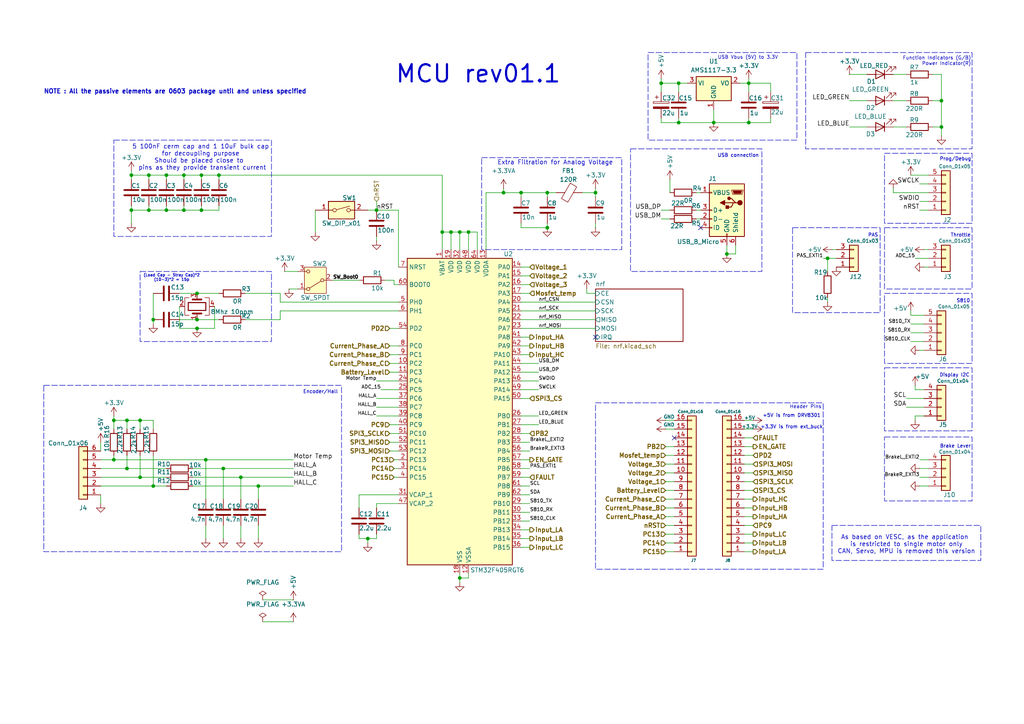
<source format=kicad_sch>
(kicad_sch (version 20231120) (generator "eeschema") (generator_version "8.0")
  (paper "A4")
  (title_block (title "STM32F405RGT6 ") (date "2024-12-27") (rev "01.1") (company "Rohit Bhoge"))
  (lib_symbols
    (symbol "Connector:USB_B_Micro" (pin_names (offset 1.016))
      (property "Reference" "J" (at -5.08 11.43 0))
      (property "Value" "USB_B_Micro" (at -5.08 8.89 0))
      (symbol "USB_B_Micro_1_1"
        (pin power_out line (at 7.62 5.08 180) (length 2.54) (name "VBUS") (number "1"))
        (pin bidirectional line (at 7.62 -2.54 180) (length 2.54) (name "D-") (number "2"))
        (pin bidirectional line (at 7.62 0 180) (length 2.54) (name "D+") (number "3"))
        (pin passive line (at 7.62 -5.08 180) (length 2.54) (name "ID") (number "4"))
        (pin power_out line (at 0 -10.16 90) (length 2.54) (name "GND") (number "5"))
        (pin passive line (at -2.54 -10.16 90) (length 2.54) (name "Shield") (number "6"))
      )
    )
    (symbol "Connector_Generic:Conn_01x03" (pin_names (offset 1.016) hide)
      (property "Reference" "J" (at 0 5.08 0))
      (property "Value" "Conn_01x03" (at 0 -5.08 0))
      (symbol "Conn_01x03_1_1"
        (pin passive line (at -5.08 2.54 0) (length 3.81) (name "Pin_1") (number "1"))
        (pin passive line (at -5.08 0 0) (length 3.81) (name "Pin_2") (number "2"))
        (pin passive line (at -5.08 -2.54 0) (length 3.81) (name "Pin_3") (number "3"))
      )
    )
    (symbol "Connector_Generic:Conn_01x04" (pin_names (offset 1.016) hide)
      (property "Reference" "J" (at 0 5.08 0))
      (property "Value" "Conn_01x04" (at 0 -7.62 0))
      (symbol "Conn_01x04_1_1"
        (pin passive line (at -5.08 2.54 0) (length 3.81) (name "Pin_1") (number "1"))
        (pin passive line (at -5.08 0 0) (length 3.81) (name "Pin_2") (number "2"))
        (pin passive line (at -5.08 -2.54 0) (length 3.81) (name "Pin_3") (number "3"))
        (pin passive line (at -5.08 -5.08 0) (length 3.81) (name "Pin_4") (number "4"))
      )
    )
    (symbol "Connector_Generic:Conn_01x05" (pin_names (offset 1.016) hide)
      (property "Reference" "J" (at 0 7.62 0))
      (property "Value" "Conn_01x05" (at 0 -7.62 0))
      (symbol "Conn_01x05_1_1"
        (pin passive line (at -5.08 5.08 0) (length 3.81) (name "Pin_1") (number "1"))
        (pin passive line (at -5.08 2.54 0) (length 3.81) (name "Pin_2") (number "2"))
        (pin passive line (at -5.08 0 0) (length 3.81) (name "Pin_3") (number "3"))
        (pin passive line (at -5.08 -2.54 0) (length 3.81) (name "Pin_4") (number "4"))
        (pin passive line (at -5.08 -5.08 0) (length 3.81) (name "Pin_5") (number "5"))
      )
    )
    (symbol "Connector_Generic:Conn_01x06" (pin_names (offset 1.016) hide)
      (property "Reference" "J" (at 0 7.62 0))
      (property "Value" "Conn_01x06" (at 0 -10.16 0))
      (symbol "Conn_01x06_1_1"
        (pin passive line (at -5.08 5.08 0) (length 3.81) (name "Pin_1") (number "1"))
        (pin passive line (at -5.08 2.54 0) (length 3.81) (name "Pin_2") (number "2"))
        (pin passive line (at -5.08 0 0) (length 3.81) (name "Pin_3") (number "3"))
        (pin passive line (at -5.08 -2.54 0) (length 3.81) (name "Pin_4") (number "4"))
        (pin passive line (at -5.08 -5.08 0) (length 3.81) (name "Pin_5") (number "5"))
        (pin passive line (at -5.08 -7.62 0) (length 3.81) (name "Pin_6") (number "6"))
      )
    )
    (symbol "Connector_Generic:Conn_01x16" (pin_names (offset 1.016) hide)
      (property "Reference" "J" (at 0 20.32 0))
      (property "Value" "Conn_01x16" (at 0 -22.86 0))
      (symbol "Conn_01x16_1_1"
        (pin passive line (at -5.08 17.78 0) (length 3.81) (name "Pin_1") (number "1"))
        (pin passive line (at -5.08 -5.08 0) (length 3.81) (name "Pin_10") (number "10"))
        (pin passive line (at -5.08 -7.62 0) (length 3.81) (name "Pin_11") (number "11"))
        (pin passive line (at -5.08 -10.16 0) (length 3.81) (name "Pin_12") (number "12"))
        (pin passive line (at -5.08 -12.7 0) (length 3.81) (name "Pin_13") (number "13"))
        (pin passive line (at -5.08 -15.24 0) (length 3.81) (name "Pin_14") (number "14"))
        (pin passive line (at -5.08 -17.78 0) (length 3.81) (name "Pin_15") (number "15"))
        (pin passive line (at -5.08 -20.32 0) (length 3.81) (name "Pin_16") (number "16"))
        (pin passive line (at -5.08 15.24 0) (length 3.81) (name "Pin_2") (number "2"))
        (pin passive line (at -5.08 12.7 0) (length 3.81) (name "Pin_3") (number "3"))
        (pin passive line (at -5.08 10.16 0) (length 3.81) (name "Pin_4") (number "4"))
        (pin passive line (at -5.08 7.62 0) (length 3.81) (name "Pin_5") (number "5"))
        (pin passive line (at -5.08 5.08 0) (length 3.81) (name "Pin_6") (number "6"))
        (pin passive line (at -5.08 2.54 0) (length 3.81) (name "Pin_7") (number "7"))
        (pin passive line (at -5.08 0 0) (length 3.81) (name "Pin_8") (number "8"))
        (pin passive line (at -5.08 -2.54 0) (length 3.81) (name "Pin_9") (number "9"))
      )
    )
    (symbol "Device:C" (pin_numbers hide) (pin_names (offset 0.254))
      (property "Reference" "C" (at 0.635 2.54 0))
      (property "Value" "C" (at 0.635 -2.54 0))
      (symbol "C_1_1"
        (pin passive line (at 0 3.81 270) (length 2.794) (name "~") (number "1"))
        (pin passive line (at 0 -3.81 90) (length 2.794) (name "~") (number "2"))
      )
    )
    (symbol "Device:C_Polarized" (pin_numbers hide) (pin_names (offset 0.254))
      (property "Reference" "C" (at 0.635 2.54 0))
      (property "Value" "C_Polarized" (at 0.635 -2.54 0))
      (symbol "C_Polarized_1_1"
        (pin passive line (at 0 3.81 270) (length 2.794) (name "~") (number "1"))
        (pin passive line (at 0 -3.81 90) (length 2.794) (name "~") (number "2"))
      )
    )
    (symbol "Device:Crystal_GND24" (pin_names (offset 1.016) hide)
      (property "Reference" "Y" (at 3.175 5.08 0))
      (property "Value" "Crystal_GND24" (at 3.175 3.175 0))
      (symbol "Crystal_GND24_1_1"
        (pin passive line (at -3.81 0 0) (length 1.27) (name "1") (number "1"))
        (pin passive line (at 0 5.08 270) (length 1.27) (name "2") (number "2"))
        (pin passive line (at 3.81 0 180) (length 1.27) (name "3") (number "3"))
        (pin passive line (at 0 -5.08 90) (length 1.27) (name "4") (number "4"))
      )
    )
    (symbol "Device:FerriteBead" (pin_numbers hide) (pin_names (offset 0))
      (property "Reference" "FB" (at -3.81 0.635 90))
      (property "Value" "FerriteBead" (at 3.81 0 90))
      (symbol "FerriteBead_1_1"
        (pin passive line (at 0 3.81 270) (length 2.54) (name "~") (number "1"))
        (pin passive line (at 0 -3.81 90) (length 2.54) (name "~") (number "2"))
      )
    )
    (symbol "Device:LED" (pin_numbers hide) (pin_names (offset 1.016) hide)
      (property "Reference" "D" (at 0 2.54 0))
      (property "Value" "LED" (at 0 -2.54 0))
      (symbol "LED_1_1"
        (pin passive line (at -3.81 0 0) (length 2.54) (name "K") (number "1"))
        (pin passive line (at 3.81 0 180) (length 2.54) (name "A") (number "2"))
      )
    )
    (symbol "Device:R" (pin_numbers hide) (pin_names (offset 0))
      (property "Reference" "R" (at 2.032 0 90))
      (property "Value" "R" (at 0 0 90))
      (symbol "R_1_1"
        (pin passive line (at 0 3.81 270) (length 1.27) (name "~") (number "1"))
        (pin passive line (at 0 -3.81 90) (length 1.27) (name "~") (number "2"))
      )
    )
    (symbol "Regulator_Linear:AMS1117-3.3"
      (property "Reference" "U" (at -3.81 3.175 0))
      (property "Value" "AMS1117-3.3" (at 0 3.175 0))
      (symbol "AMS1117-3.3_1_1"
        (pin power_in line (at 0 -7.62 90) (length 2.54) (name "GND") (number "1"))
        (pin power_out line (at 7.62 0 180) (length 2.54) (name "VO") (number "2"))
        (pin power_in line (at -7.62 0 0) (length 2.54) (name "VI") (number "3"))
      )
    )
    (symbol "STM32F405RGTx_1"
      (property "Reference" "U2" (at 4.7341 -45.72 0))
      (property "Value" "STM32F405RGTx" (at 4.7341 -48.26 0))
      (symbol "STM32F405RGTx_1_1_1"
        (pin power_in line (at -5.08 48.26 270) (length 2.54) (name "VBAT") (number "1"))
        (pin bidirectional line (at -17.78 15.24 0) (length 2.54) (name "PC2") (number "10"))
        (pin bidirectional line (at -17.78 12.7 0) (length 2.54) (name "PC3") (number "11"))
        (pin power_in line (at 2.54 -45.72 90) (length 2.54) (name "VSSA") (number "12"))
        (pin power_in line (at 7.62 48.26 270) (length 2.54) (name "VDDA") (number "13"))
        (pin bidirectional line (at 17.78 43.18 180) (length 2.54) (name "PA0") (number "14"))
        (pin bidirectional line (at 17.78 40.64 180) (length 2.54) (name "PA1") (number "15"))
        (pin bidirectional line (at 17.78 38.1 180) (length 2.54) (name "PA2") (number "16"))
        (pin bidirectional line (at 17.78 35.56 180) (length 2.54) (name "PA3") (number "17"))
        (pin power_in line (at 0 -45.72 90) (length 2.54) (name "VSS") (number "18"))
        (pin power_in line (at -2.54 48.26 270) (length 2.54) (name "VDD") (number "19"))
        (pin bidirectional line (at -17.78 -12.7 0) (length 2.54) (name "PC13") (number "2"))
        (pin bidirectional line (at 17.78 33.02 180) (length 2.54) (name "PA4") (number "20"))
        (pin bidirectional line (at 17.78 30.48 180) (length 2.54) (name "PA5") (number "21"))
        (pin bidirectional line (at 17.78 27.94 180) (length 2.54) (name "PA6") (number "22"))
        (pin bidirectional line (at 17.78 25.4 180) (length 2.54) (name "PA7") (number "23"))
        (pin bidirectional line (at -17.78 10.16 0) (length 2.54) (name "PC4") (number "24"))
        (pin bidirectional line (at -17.78 7.62 0) (length 2.54) (name "PC5") (number "25"))
        (pin bidirectional line (at 17.78 0 180) (length 2.54) (name "PB0") (number "26"))
        (pin bidirectional line (at 17.78 -2.54 180) (length 2.54) (name "PB1") (number "27"))
        (pin bidirectional line (at 17.78 -5.08 180) (length 2.54) (name "PB2") (number "28"))
        (pin bidirectional line (at 17.78 -25.4 180) (length 2.54) (name "PB10") (number "29"))
        (pin bidirectional line (at -17.78 -15.24 0) (length 2.54) (name "PC14") (number "3"))
        (pin bidirectional line (at 17.78 -27.94 180) (length 2.54) (name "PB11") (number "30"))
        (pin power_out line (at -17.78 -22.86 0) (length 2.54) (name "VCAP_1") (number "31"))
        (pin power_in line (at 0 48.26 270) (length 2.54) (name "VDD") (number "32"))
        (pin bidirectional line (at 17.78 -30.48 180) (length 2.54) (name "PB12") (number "33"))
        (pin bidirectional line (at 17.78 -33.02 180) (length 2.54) (name "PB13") (number "34"))
        (pin bidirectional line (at 17.78 -35.56 180) (length 2.54) (name "PB14") (number "35"))
        (pin bidirectional line (at 17.78 -38.1 180) (length 2.54) (name "PB15") (number "36"))
        (pin bidirectional line (at -17.78 5.08 0) (length 2.54) (name "PC6") (number "37"))
        (pin bidirectional line (at -17.78 2.54 0) (length 2.54) (name "PC7") (number "38"))
        (pin bidirectional line (at -17.78 0 0) (length 2.54) (name "PC8") (number "39"))
        (pin bidirectional line (at -17.78 -17.78 0) (length 2.54) (name "PC15") (number "4"))
        (pin bidirectional line (at -17.78 -2.54 0) (length 2.54) (name "PC9") (number "40"))
        (pin bidirectional line (at 17.78 22.86 180) (length 2.54) (name "PA8") (number "41"))
        (pin bidirectional line (at 17.78 20.32 180) (length 2.54) (name "PA9") (number "42"))
        (pin bidirectional line (at 17.78 17.78 180) (length 2.54) (name "PA10") (number "43"))
        (pin bidirectional line (at 17.78 15.24 180) (length 2.54) (name "PA11") (number "44"))
        (pin bidirectional line (at 17.78 12.7 180) (length 2.54) (name "PA12") (number "45"))
        (pin bidirectional line (at 17.78 10.16 180) (length 2.54) (name "PA13") (number "46"))
        (pin power_out line (at -17.78 -25.4 0) (length 2.54) (name "VCAP_2") (number "47"))
        (pin power_in line (at 2.54 48.26 270) (length 2.54) (name "VDD") (number "48"))
        (pin bidirectional line (at 17.78 7.62 180) (length 2.54) (name "PA14") (number "49"))
        (pin bidirectional line (at -17.78 33.02 0) (length 2.54) (name "PH0") (number "5"))
        (pin bidirectional line (at 17.78 5.08 180) (length 2.54) (name "PA15") (number "50"))
        (pin bidirectional line (at -17.78 -5.08 0) (length 2.54) (name "PC10") (number "51"))
        (pin bidirectional line (at -17.78 -7.62 0) (length 2.54) (name "PC11") (number "52"))
        (pin bidirectional line (at -17.78 -10.16 0) (length 2.54) (name "PC12") (number "53"))
        (pin bidirectional line (at -17.78 25.4 0) (length 2.54) (name "PD2") (number "54"))
        (pin bidirectional line (at 17.78 -7.62 180) (length 2.54) (name "PB3") (number "55"))
        (pin bidirectional line (at 17.78 -10.16 180) (length 2.54) (name "PB4") (number "56"))
        (pin bidirectional line (at 17.78 -12.7 180) (length 2.54) (name "PB5") (number "57"))
        (pin bidirectional line (at 17.78 -15.24 180) (length 2.54) (name "PB6") (number "58"))
        (pin bidirectional line (at 17.78 -17.78 180) (length 2.54) (name "PB7") (number "59"))
        (pin bidirectional line (at -17.78 30.48 0) (length 2.54) (name "PH1") (number "6"))
        (pin input line (at -17.78 38.1 0) (length 2.54) (name "BOOT0") (number "60"))
        (pin bidirectional line (at 17.78 -20.32 180) (length 2.54) (name "PB8") (number "61"))
        (pin bidirectional line (at 17.78 -22.86 180) (length 2.54) (name "PB9") (number "62"))
        (pin passive line (at 0 -45.72 90) (length 2.54) hide (name "VSS") (number "63"))
        (pin power_in line (at 5.08 48.26 270) (length 2.54) (name "VDD") (number "64"))
        (pin input line (at -17.78 43.18 0) (length 2.54) (name "NRST") (number "7"))
        (pin bidirectional line (at -17.78 20.32 0) (length 2.54) (name "PC0") (number "8"))
        (pin bidirectional line (at -17.78 17.78 0) (length 2.54) (name "PC1") (number "9"))
      )
    )
    (symbol "Switch:SW_DIP_x01" (pin_names (offset 0) hide)
      (property "Reference" "SW" (at 0 3.81 0))
      (property "Value" "SW_DIP_x01" (at 0 -3.81 0))
      (symbol "SW_DIP_x01_1_1"
        (pin passive line (at -7.62 0 0) (length 5.08) (name "~") (number "1"))
        (pin passive line (at 7.62 0 180) (length 5.08) (name "~") (number "2"))
      )
    )
    (symbol "Switch:SW_SPDT" (pin_names (offset 0) hide)
      (property "Reference" "SW" (at 0 5.08 0))
      (property "Value" "SW_SPDT" (at 0 -5.08 0))
      (symbol "SW_SPDT_1_1"
        (pin passive line (at 5.08 2.54 180) (length 2.54) (name "A") (number "1"))
        (pin passive line (at -5.08 0 0) (length 2.54) (name "B") (number "2"))
        (pin passive line (at 5.08 -2.54 180) (length 2.54) (name "C") (number "3"))
      )
    )
    (symbol "power:+3.3V" (power) (pin_numbers hide) (pin_names (offset 0) hide)
      (property "Value" "+3.3V" (at 0 3.556 0))
      (symbol "+3.3V_1_1"
        (pin power_in line (at 0 0 90) (length 0) (name "~") (number "1"))
      )
    )
    (symbol "power:+3.3VA" (power) (pin_numbers hide) (pin_names (offset 0) hide)
      (property "Value" "+3.3VA" (at 0 3.556 0))
      (symbol "+3.3VA_1_1"
        (pin power_in line (at 0 0 90) (length 0) (name "~") (number "1"))
      )
    )
    (symbol "power:+5V" (power) (pin_numbers hide) (pin_names (offset 0) hide)
      (property "Value" "+5V" (at 0 3.556 0))
      (symbol "+5V_1_1"
        (pin power_in line (at 0 0 90) (length 0) (name "~") (number "1"))
      )
    )
    (symbol "power:GND" (power) (pin_numbers hide) (pin_names (offset 0) hide)
      (property "Value" "GND" (at 0 -3.81 0))
      (symbol "GND_1_1"
        (pin power_in line (at 0 0 270) (length 0) (name "~") (number "1"))
      )
    )
    (symbol "power:PWR_FLAG" (power) (pin_numbers hide) (pin_names (offset 0) hide)
      (property "Value" "PWR_FLAG" (at 0 3.81 0))
      (symbol "PWR_FLAG_0_0"
        (pin power_out line (at 0 0 90) (length 0) (name "~") (number "1"))
      )
    )
  )
  (junction (at 33.02 121.92))
  (junction (at 69.85 138.43))
  (junction (at 151.13 55.88))
  (junction (at 48.26 50.8))
  (junction (at 128.27 67.31))
  (junction (at 43.18 50.8))
  (junction (at 273.05 36.83))
  (junction (at 57.15 92.71))
  (junction (at 38.1 50.8))
  (junction (at 36.83 121.92))
  (junction (at 135.89 67.31))
  (junction (at 40.64 138.43))
  (junction (at 273.05 29.21))
  (junction (at 40.64 121.92))
  (junction (at 44.45 140.97))
  (junction (at 64.77 135.89))
  (junction (at 58.42 60.96))
  (junction (at 196.85 24.13))
  (junction (at 33.02 133.35))
  (junction (at 191.77 24.13))
  (junction (at 53.34 60.96))
  (junction (at 217.17 35.56))
  (junction (at 240.03 74.93))
  (junction (at 43.18 60.96))
  (junction (at 106.68 156.21))
  (junction (at 57.15 85.09))
  (junction (at 158.75 55.88))
  (junction (at 36.83 135.89))
  (junction (at 133.35 167.64))
  (junction (at 57.15 95.25))
  (junction (at 44.45 92.71))
  (junction (at 58.42 50.8))
  (junction (at 74.93 140.97))
  (junction (at 196.85 35.56))
  (junction (at 38.1 60.96))
  (junction (at 130.81 67.31))
  (junction (at 210.82 73.66))
  (junction (at 207.01 35.56))
  (junction (at 133.35 67.31))
  (junction (at 172.72 55.88))
  (junction (at 53.34 50.8))
  (junction (at 217.17 24.13))
  (junction (at 109.22 60.96))
  (junction (at 48.26 60.96))
  (junction (at 158.75 66.04))
  (junction (at 63.5 50.8))
  (junction (at 59.69 133.35))
  (junction (at 146.05 55.88))
  (no_connect (at 172.72 97.79))
  (no_connect (at 195.58 127))
  (no_connect (at 203.2 66.04))
  (wire (pts (xy 172.72 64.77) (xy 172.72 66.04)))
  (wire (pts (xy 213.36 73.66) (xy 213.36 71.12)))
  (wire (pts (xy 44.45 121.92) (xy 44.45 124.46)))
  (wire (pts (xy 151.13 97.79) (xy 153.67 97.79)))
  (wire (pts (xy 81.28 92.71) (xy 81.28 90.17)))
  (wire (pts (xy 109.22 146.05) (xy 109.22 147.32)))
  (wire (pts (xy 104.14 143.51) (xy 104.14 147.32)))
  (wire (pts (xy 218.44 139.7) (xy 215.9 139.7)))
  (wire (pts (xy 196.85 35.56) (xy 207.01 35.56)))
  (wire (pts (xy 33.02 133.35) (xy 59.69 133.35)))
  (wire (pts (xy 191.77 34.29) (xy 191.77 35.56)))
  (wire (pts (xy 151.13 123.19) (xy 156.21 123.19)))
  (wire (pts (xy 113.03 125.73) (xy 115.57 125.73)))
  (wire (pts (xy 273.05 21.59) (xy 273.05 29.21)))
  (wire (pts (xy 128.27 50.8) (xy 128.27 67.31)))
  (wire (pts (xy 215.9 127) (xy 218.44 127)))
  (wire (pts (xy 196.85 24.13) (xy 196.85 26.67)))
  (wire (pts (xy 114.3 133.35) (xy 115.57 133.35)))
  (wire (pts (xy 265.43 74.93) (xy 269.24 74.93)))
  (wire (pts (xy 63.5 60.96) (xy 63.5 59.69)))
  (wire (pts (xy 151.13 158.75) (xy 153.67 158.75)))
  (wire (pts (xy 218.44 134.62) (xy 215.9 134.62)))
  (wire (pts (xy 215.9 132.08) (xy 218.44 132.08)))
  (wire (pts (xy 201.93 60.96) (xy 203.2 60.96)))
  (wire (pts (xy 193.04 157.48) (xy 195.58 157.48)))
  (wire (pts (xy 158.75 55.88) (xy 161.29 55.88)))
  (wire (pts (xy 64.77 152.4) (xy 64.77 156.21)))
  (wire (pts (xy 53.34 50.8) (xy 58.42 50.8)))
  (wire (pts (xy 273.05 29.21) (xy 273.05 36.83)))
  (wire (pts (xy 109.22 154.94) (xy 109.22 156.21)))
  (wire (pts (xy 215.9 157.48) (xy 218.44 157.48)))
  (wire (pts (xy 217.17 24.13) (xy 214.63 24.13)))
  (wire (pts (xy 193.04 154.94) (xy 195.58 154.94)))
  (wire (pts (xy 109.22 118.11) (xy 115.57 118.11)))
  (wire (pts (xy 264.16 91.44) (xy 264.16 90.17)))
  (wire (pts (xy 191.77 22.86) (xy 191.77 24.13)))
  (wire (pts (xy 194.31 55.88) (xy 194.31 52.07)))
  (wire (pts (xy 259.08 21.59) (xy 262.89 21.59)))
  (wire (pts (xy 266.7 140.97) (xy 269.24 140.97)))
  (wire (pts (xy 113.03 128.27) (xy 115.57 128.27)))
  (wire (pts (xy 264.16 99.06) (xy 267.97 99.06)))
  (wire (pts (xy 151.13 66.04) (xy 158.75 66.04)))
  (wire (pts (xy 133.35 67.31) (xy 135.89 67.31)))
  (wire (pts (xy 151.13 95.25) (xy 172.72 95.25)))
  (wire (pts (xy 270.51 21.59) (xy 273.05 21.59)))
  (wire (pts (xy 133.35 167.64) (xy 135.89 167.64)))
  (wire (pts (xy 111.76 81.28) (xy 114.3 81.28)))
  (wire (pts (xy 43.18 59.69) (xy 43.18 60.96)))
  (wire (pts (xy 109.22 115.57) (xy 115.57 115.57)))
  (wire (pts (xy 193.04 142.24) (xy 195.58 142.24)))
  (wire (pts (xy 191.77 60.96) (xy 194.31 60.96)))
  (wire (pts (xy 215.9 144.78) (xy 218.44 144.78)))
  (wire (pts (xy 267.97 91.44) (xy 264.16 91.44)))
  (wire (pts (xy 238.76 74.93) (xy 240.03 74.93)))
  (wire (pts (xy 58.42 60.96) (xy 63.5 60.96)))
  (wire (pts (xy 69.85 138.43) (xy 85.09 138.43)))
  (wire (pts (xy 33.02 120.65) (xy 33.02 121.92)))
  (wire (pts (xy 151.13 110.49) (xy 156.21 110.49)))
  (wire (pts (xy 74.93 140.97) (xy 74.93 144.78)))
  (wire (pts (xy 170.18 83.82) (xy 170.18 85.09)))
  (wire (pts (xy 259.08 36.83) (xy 262.89 36.83)))
  (wire (pts (xy 151.13 130.81) (xy 153.67 130.81)))
  (wire (pts (xy 113.03 100.33) (xy 115.57 100.33)))
  (wire (pts (xy 151.13 153.67) (xy 153.67 153.67)))
  (wire (pts (xy 270.51 36.83) (xy 273.05 36.83)))
  (wire (pts (xy 193.04 160.02) (xy 195.58 160.02)))
  (wire (pts (xy 109.22 60.96) (xy 115.57 60.96)))
  (wire (pts (xy 215.9 129.54) (xy 218.44 129.54)))
  (wire (pts (xy 240.03 74.93) (xy 242.57 74.93)))
  (wire (pts (xy 264.16 96.52) (xy 267.97 96.52)))
  (wire (pts (xy 113.03 123.19) (xy 115.57 123.19)))
  (wire (pts (xy 64.77 135.89) (xy 64.77 144.78)))
  (wire (pts (xy 215.9 124.46) (xy 218.44 124.46)))
  (wire (pts (xy 128.27 67.31) (xy 130.81 67.31)))
  (wire (pts (xy 110.49 113.03) (xy 115.57 113.03)))
  (wire (pts (xy 215.9 154.94) (xy 218.44 154.94)))
  (wire (pts (xy 115.57 60.96) (xy 115.57 77.47)))
  (wire (pts (xy 217.17 34.29) (xy 217.17 35.56)))
  (wire (pts (xy 151.13 64.77) (xy 151.13 66.04)))
  (wire (pts (xy 151.13 135.89) (xy 153.67 135.89)))
  (wire (pts (xy 207.01 35.56) (xy 217.17 35.56)))
  (wire (pts (xy 140.97 55.88) (xy 146.05 55.88)))
  (wire (pts (xy 109.22 120.65) (xy 115.57 120.65)))
  (wire (pts (xy 215.9 121.92) (xy 218.44 121.92)))
  (wire (pts (xy 193.04 152.4) (xy 195.58 152.4)))
  (wire (pts (xy 151.13 82.55) (xy 153.67 82.55)))
  (wire (pts (xy 264.16 50.8) (xy 269.24 50.8)))
  (wire (pts (xy 44.45 140.97) (xy 48.26 140.97)))
  (wire (pts (xy 48.26 59.69) (xy 48.26 60.96)))
  (wire (pts (xy 151.13 115.57) (xy 153.67 115.57)))
  (wire (pts (xy 262.89 118.11) (xy 267.97 118.11)))
  (wire (pts (xy 36.83 135.89) (xy 48.26 135.89)))
  (wire (pts (xy 58.42 50.8) (xy 63.5 50.8)))
  (wire (pts (xy 195.58 139.7) (xy 193.04 139.7)))
  (wire (pts (xy 246.38 36.83) (xy 251.46 36.83)))
  (wire (pts (xy 223.52 24.13) (xy 217.17 24.13)))
  (wire (pts (xy 151.13 87.63) (xy 172.72 87.63)))
  (wire (pts (xy 40.64 132.08) (xy 40.64 138.43)))
  (wire (pts (xy 265.43 120.65) (xy 267.97 120.65)))
  (wire (pts (xy 151.13 113.03) (xy 156.21 113.03)))
  (wire (pts (xy 104.14 156.21) (xy 106.68 156.21)))
  (wire (pts (xy 151.13 90.17) (xy 172.72 90.17)))
  (wire (pts (xy 40.64 121.92) (xy 40.64 124.46)))
  (wire (pts (xy 58.42 59.69) (xy 58.42 60.96)))
  (wire (pts (xy 130.81 67.31) (xy 133.35 67.31)))
  (wire (pts (xy 44.45 85.09) (xy 44.45 92.71)))
  (wire (pts (xy 133.35 167.64) (xy 133.35 168.91)))
  (wire (pts (xy 33.02 121.92) (xy 36.83 121.92)))
  (wire (pts (xy 193.04 121.92) (xy 195.58 121.92)))
  (wire (pts (xy 266.7 60.96) (xy 269.24 60.96)))
  (wire (pts (xy 217.17 35.56) (xy 223.52 35.56)))
  (wire (pts (xy 36.83 132.08) (xy 36.83 135.89)))
  (wire (pts (xy 151.13 138.43) (xy 153.67 138.43)))
  (wire (pts (xy 246.38 29.21) (xy 251.46 29.21)))
  (wire (pts (xy 266.7 133.35) (xy 269.24 133.35)))
  (wire (pts (xy 48.26 60.96) (xy 53.34 60.96)))
  (wire (pts (xy 53.34 60.96) (xy 58.42 60.96)))
  (wire (pts (xy 114.3 82.55) (xy 115.57 82.55)))
  (wire (pts (xy 266.7 138.43) (xy 269.24 138.43)))
  (wire (pts (xy 266.7 101.6) (xy 267.97 101.6)))
  (wire (pts (xy 52.07 88.9) (xy 52.07 95.25)))
  (wire (pts (xy 113.03 102.87) (xy 115.57 102.87)))
  (wire (pts (xy 43.18 50.8) (xy 48.26 50.8)))
  (wire (pts (xy 74.93 152.4) (xy 74.93 156.21)))
  (wire (pts (xy 259.08 54.61) (xy 259.08 55.88)))
  (wire (pts (xy 48.26 50.8) (xy 48.26 52.07)))
  (wire (pts (xy 151.13 80.01) (xy 153.67 80.01)))
  (wire (pts (xy 266.7 53.34) (xy 269.24 53.34)))
  (wire (pts (xy 109.22 110.49) (xy 115.57 110.49)))
  (wire (pts (xy 158.75 66.04) (xy 158.75 64.77)))
  (wire (pts (xy 29.21 135.89) (xy 36.83 135.89)))
  (wire (pts (xy 266.7 58.42) (xy 269.24 58.42)))
  (wire (pts (xy 38.1 59.69) (xy 38.1 60.96)))
  (wire (pts (xy 62.23 95.25) (xy 57.15 95.25)))
  (wire (pts (xy 69.85 138.43) (xy 69.85 144.78)))
  (wire (pts (xy 113.03 105.41) (xy 115.57 105.41)))
  (wire (pts (xy 265.43 113.03) (xy 267.97 113.03)))
  (wire (pts (xy 36.83 121.92) (xy 40.64 121.92)))
  (wire (pts (xy 259.08 29.21) (xy 262.89 29.21)))
  (wire (pts (xy 69.85 152.4) (xy 69.85 156.21)))
  (wire (pts (xy 215.9 142.24) (xy 218.44 142.24)))
  (wire (pts (xy 63.5 50.8) (xy 63.5 52.07)))
  (wire (pts (xy 267.97 72.39) (xy 269.24 72.39)))
  (wire (pts (xy 135.89 67.31) (xy 138.43 67.31)))
  (wire (pts (xy 151.13 55.88) (xy 158.75 55.88)))
  (wire (pts (xy 265.43 111.76) (xy 265.43 113.03)))
  (wire (pts (xy 29.21 140.97) (xy 44.45 140.97)))
  (wire (pts (xy 115.57 146.05) (xy 109.22 146.05)))
  (wire (pts (xy 29.21 133.35) (xy 33.02 133.35)))
  (wire (pts (xy 158.75 55.88) (xy 158.75 57.15)))
  (wire (pts (xy 151.13 100.33) (xy 153.67 100.33)))
  (wire (pts (xy 196.85 34.29) (xy 196.85 35.56)))
  (wire (pts (xy 57.15 85.09) (xy 63.5 85.09)))
  (wire (pts (xy 52.07 85.09) (xy 57.15 85.09)))
  (wire (pts (xy 151.13 92.71) (xy 172.72 92.71)))
  (wire (pts (xy 151.13 151.13) (xy 153.67 151.13)))
  (wire (pts (xy 81.28 90.17) (xy 115.57 90.17)))
  (wire (pts (xy 58.42 50.8) (xy 58.42 52.07)))
  (wire (pts (xy 151.13 85.09) (xy 153.67 85.09)))
  (wire (pts (xy 130.81 67.31) (xy 130.81 72.39)))
  (wire (pts (xy 113.03 95.25) (xy 115.57 95.25)))
  (wire (pts (xy 104.14 154.94) (xy 104.14 156.21)))
  (wire (pts (xy 38.1 49.53) (xy 38.1 50.8)))
  (wire (pts (xy 91.44 67.31) (xy 91.44 60.96)))
  (wire (pts (xy 210.82 71.12) (xy 210.82 73.66)))
  (wire (pts (xy 76.2 180.34) (xy 85.09 180.34)))
  (wire (pts (xy 193.04 144.78) (xy 195.58 144.78)))
  (wire (pts (xy 57.15 95.25) (xy 52.07 95.25)))
  (wire (pts (xy 55.88 138.43) (xy 69.85 138.43)))
  (wire (pts (xy 133.35 67.31) (xy 133.35 72.39)))
  (wire (pts (xy 259.08 55.88) (xy 269.24 55.88)))
  (wire (pts (xy 151.13 120.65) (xy 156.21 120.65)))
  (wire (pts (xy 267.97 77.47) (xy 269.24 77.47)))
  (wire (pts (xy 52.07 92.71) (xy 57.15 92.71)))
  (wire (pts (xy 128.27 67.31) (xy 128.27 72.39)))
  (wire (pts (xy 201.93 55.88) (xy 203.2 55.88)))
  (wire (pts (xy 43.18 60.96) (xy 48.26 60.96)))
  (wire (pts (xy 193.04 124.46) (xy 195.58 124.46)))
  (wire (pts (xy 151.13 125.73) (xy 153.67 125.73)))
  (wire (pts (xy 223.52 26.67) (xy 223.52 24.13)))
  (wire (pts (xy 240.03 87.63) (xy 240.03 86.36)))
  (wire (pts (xy 29.21 138.43) (xy 40.64 138.43)))
  (wire (pts (xy 29.21 128.27) (xy 29.21 130.81)))
  (wire (pts (xy 151.13 105.41) (xy 156.21 105.41)))
  (wire (pts (xy 151.13 107.95) (xy 156.21 107.95)))
  (wire (pts (xy 193.04 147.32) (xy 195.58 147.32)))
  (wire (pts (xy 217.17 26.67) (xy 217.17 24.13)))
  (wire (pts (xy 40.64 138.43) (xy 48.26 138.43)))
  (wire (pts (xy 29.21 146.05) (xy 29.21 143.51)))
  (wire (pts (xy 133.35 166.37) (xy 133.35 167.64)))
  (wire (pts (xy 113.03 130.81) (xy 115.57 130.81)))
  (wire (pts (xy 241.3 72.39) (xy 242.57 72.39)))
  (wire (pts (xy 38.1 52.07) (xy 38.1 50.8)))
  (wire (pts (xy 38.1 50.8) (xy 43.18 50.8)))
  (wire (pts (xy 217.17 22.86) (xy 217.17 24.13)))
  (wire (pts (xy 81.28 85.09) (xy 81.28 87.63)))
  (wire (pts (xy 196.85 24.13) (xy 199.39 24.13)))
  (wire (pts (xy 106.68 60.96) (xy 109.22 60.96)))
  (wire (pts (xy 151.13 128.27) (xy 153.67 128.27)))
  (wire (pts (xy 96.52 81.28) (xy 104.14 81.28)))
  (wire (pts (xy 59.69 152.4) (xy 59.69 156.21)))
  (wire (pts (xy 33.02 121.92) (xy 33.02 124.46)))
  (wire (pts (xy 215.9 147.32) (xy 218.44 147.32)))
  (wire (pts (xy 151.13 77.47) (xy 153.67 77.47)))
  (wire (pts (xy 191.77 24.13) (xy 191.77 26.67)))
  (wire (pts (xy 113.03 107.95) (xy 115.57 107.95)))
  (wire (pts (xy 170.18 85.09) (xy 172.72 85.09)))
  (wire (pts (xy 151.13 102.87) (xy 153.67 102.87)))
  (wire (pts (xy 83.82 83.82) (xy 86.36 83.82)))
  (wire (pts (xy 48.26 50.8) (xy 53.34 50.8)))
  (wire (pts (xy 273.05 36.83) (xy 273.05 39.37)))
  (wire (pts (xy 264.16 93.98) (xy 267.97 93.98)))
  (wire (pts (xy 38.1 60.96) (xy 43.18 60.96)))
  (wire (pts (xy 151.13 148.59) (xy 153.67 148.59)))
  (wire (pts (xy 53.34 59.69) (xy 53.34 60.96)))
  (wire (pts (xy 195.58 134.62) (xy 193.04 134.62)))
  (wire (pts (xy 115.57 143.51) (xy 104.14 143.51)))
  (wire (pts (xy 114.3 81.28) (xy 114.3 82.55)))
  (wire (pts (xy 76.2 173.99) (xy 85.09 173.99)))
  (wire (pts (xy 168.91 55.88) (xy 172.72 55.88)))
  (wire (pts (xy 109.22 68.58) (xy 109.22 69.85)))
  (wire (pts (xy 82.55 78.74) (xy 86.36 78.74)))
  (wire (pts (xy 44.45 132.08) (xy 44.45 140.97)))
  (wire (pts (xy 193.04 149.86) (xy 195.58 149.86)))
  (wire (pts (xy 64.77 135.89) (xy 85.09 135.89)))
  (wire (pts (xy 59.69 133.35) (xy 85.09 133.35)))
  (wire (pts (xy 210.82 73.66) (xy 213.36 73.66)))
  (wire (pts (xy 59.69 133.35) (xy 59.69 144.78)))
  (wire (pts (xy 43.18 52.07) (xy 43.18 50.8)))
  (wire (pts (xy 195.58 129.54) (xy 193.04 129.54)))
  (wire (pts (xy 55.88 135.89) (xy 64.77 135.89)))
  (wire (pts (xy 262.89 115.57) (xy 267.97 115.57)))
  (wire (pts (xy 38.1 60.96) (xy 38.1 64.77)))
  (wire (pts (xy 215.9 160.02) (xy 218.44 160.02)))
  (wire (pts (xy 207.01 31.75) (xy 207.01 35.56)))
  (wire (pts (xy 195.58 132.08) (xy 193.04 132.08)))
  (wire (pts (xy 240.03 74.93) (xy 240.03 78.74)))
  (wire (pts (xy 151.13 156.21) (xy 153.67 156.21)))
  (wire (pts (xy 151.13 133.35) (xy 153.67 133.35)))
  (wire (pts (xy 201.93 63.5) (xy 203.2 63.5)))
  (wire (pts (xy 146.05 55.88) (xy 151.13 55.88)))
  (wire (pts (xy 135.89 67.31) (xy 135.89 72.39)))
  (wire (pts (xy 36.83 121.92) (xy 36.83 124.46)))
  (wire (pts (xy 172.72 55.88) (xy 172.72 57.15)))
  (wire (pts (xy 195.58 137.16) (xy 193.04 137.16)))
  (wire (pts (xy 172.72 54.61) (xy 172.72 55.88)))
  (wire (pts (xy 109.22 58.42) (xy 109.22 60.96)))
  (wire (pts (xy 191.77 35.56) (xy 196.85 35.56)))
  (wire (pts (xy 71.12 92.71) (xy 81.28 92.71)))
  (wire (pts (xy 62.23 88.9) (xy 62.23 95.25)))
  (wire (pts (xy 218.44 137.16) (xy 215.9 137.16)))
  (wire (pts (xy 63.5 50.8) (xy 128.27 50.8)))
  (wire (pts (xy 215.9 152.4) (xy 218.44 152.4)))
  (wire (pts (xy 266.7 135.89) (xy 269.24 135.89)))
  (wire (pts (xy 135.89 167.64) (xy 135.89 166.37)))
  (wire (pts (xy 265.43 121.92) (xy 265.43 120.65)))
  (wire (pts (xy 106.68 156.21) (xy 106.68 157.48)))
  (wire (pts (xy 71.12 85.09) (xy 81.28 85.09)))
  (wire (pts (xy 106.68 156.21) (xy 109.22 156.21)))
  (wire (pts (xy 114.3 138.43) (xy 115.57 138.43)))
  (wire (pts (xy 146.05 54.61) (xy 146.05 55.88)))
  (wire (pts (xy 223.52 35.56) (xy 223.52 34.29)))
  (wire (pts (xy 151.13 140.97) (xy 153.67 140.97)))
  (wire (pts (xy 57.15 92.71) (xy 63.5 92.71)))
  (wire (pts (xy 246.38 21.59) (xy 251.46 21.59)))
  (wire (pts (xy 53.34 50.8) (xy 53.34 52.07)))
  (wire (pts (xy 44.45 92.71) (xy 44.45 93.98)))
  (wire (pts (xy 33.02 132.08) (xy 33.02 133.35)))
  (wire (pts (xy 55.88 140.97) (xy 74.93 140.97)))
  (wire (pts (xy 114.3 135.89) (xy 115.57 135.89)))
  (wire (pts (xy 191.77 63.5) (xy 194.31 63.5)))
  (wire (pts (xy 140.97 55.88) (xy 140.97 72.39)))
  (wire (pts (xy 215.9 149.86) (xy 218.44 149.86)))
  (wire (pts (xy 74.93 140.97) (xy 85.09 140.97)))
  (wire (pts (xy 151.13 146.05) (xy 153.67 146.05)))
  (wire (pts (xy 151.13 57.15) (xy 151.13 55.88)))
  (wire (pts (xy 191.77 24.13) (xy 196.85 24.13)))
  (wire (pts (xy 81.28 87.63) (xy 115.57 87.63)))
  (wire (pts (xy 270.51 29.21) (xy 273.05 29.21)))
  (wire (pts (xy 151.13 143.51) (xy 153.67 143.51)))
  (wire (pts (xy 138.43 67.31) (xy 138.43 72.39)))
  (wire (pts (xy 40.64 121.92) (xy 44.45 121.92)))
  (rectangle (start 256.54 85.09) (end 281.94 105.41) (stroke (width 0) (type dash)))
  (rectangle (start 256.54 44.45) (end 281.94 64.77) (stroke (width 0) (type dash)))
  (rectangle (start 256.54 66.04) (end 281.94 83.82) (stroke (width 0) (type dash)))
  (rectangle (start 172.72 116.84) (end 238.76 165.1) (stroke (width 0) (type dash)))
  (rectangle (start 241.3 152.4) (end 284.48 162.56) (stroke (width 0) (type dash)))
  (rectangle (start 182.88 43.18) (end 220.98 78.74) (stroke (width 0) (type dash)))
  (rectangle (start 256.54 106.68) (end 281.94 124.968) (stroke (width 0) (type dash)))
  (rectangle (start 12.7 111.76) (end 99.06 160.02) (stroke (width 0) (type dash)))
  (rectangle (start 187.96 15.24) (end 231.14 40.64) (stroke (width 0) (type dash)))
  (rectangle (start 229.87 66.04) (end 255.27 90.678) (stroke (width 0) (type dash)))
  (rectangle (start 233.68 15.24) (end 281.94 43.18) (stroke (width 0) (type dash)))
  (rectangle (start 256.54 126.746) (end 281.94 145.288) (stroke (width 0) (type dash)))
  (text_box "" (at 33.02 40.64 0) (size 45.72 27.94) (stroke (width 0) (type dash)) (effects (font (size 1.27 1.27)) (justify left top)))
  (text_box "" (at 139.7 45.72 0) (size 40.64 26.67) (stroke (width 0) (type dash)) (effects (font (size 1.27 1.27)) (justify left top)))
  (text_box "" (at 40.64 78.74 0) (size 38.1 20.32) (stroke (width 0) (type dash)) (effects (font (size 1.27 1.27)) (justify left top)))
  (text "NOTE : All the passive elements are 0603 package until and unless specified\n" (at 50.8 26.67 0) (effects (font (size 1.27 1.27) (thickness 0.254) (bold yes))))
  (text "Throttle" (at 278.638 68.326 0) (effects (font (size 1 1))))
  (text "+3.3V is from ext_buck" (at 229.616 123.952 0) (effects (font (size 1 1))))
  (text "Header Pins\n" (at 233.68 118.11 0) (effects (font (size 1 1) (thickness 0.125))))
  (text "S810\n" (at 279.4 87.376 0) (effects (font (size 1 1))))
  (text "Prog/Debug" (at 277.114 46.228 0) (effects (font (size 1 1))))
  (text "Display I2C\n\n" (at 276.86 109.728 0) (effects (font (size 1 1))))
  (text "Encoder/Hall\n\n" (at 92.964 114.554 0) (effects (font (size 1 1))))
  (text "5 100nF cerm cap and 1 10uF bulk cap \nfor decoupling purpose \nShould be placed close to  \npins as they provide transient current\n" (at 58.674 45.72 0) (effects (font (size 1.27 1.27))))
  (text "Function Indicators (G/B)\nPower Indicator(R)" (at 281.686 17.78 0) (effects (font (size 1 1) (thickness 0.125)) (justify right)))
  (text "MCU rev01.1\n" (at 138.684 21.59 0) (effects (font (size 5 5) (thickness 0.625))))
  (text "As based on VESC, as the application \nis restricted to single motor only\nCAN, Servo, MPU is removed this version\n" (at 262.89 157.988 0) (effects (font (size 1.27 1.27))))
  (text "Brake Lever" (at 277.114 129.54 0) (effects (font (size 1 1))))
  (text "(Load Cap - Stray Cap)*2\n(10-3)*2 = 15p\n\n" (at 49.784 81.28 0) (effects (font (size 0.8 0.8))))
  (text "PAS\n" (at 253.238 68.326 0) (effects (font (size 1 1))))
  (text "Extra Filtration for Analog Voltage\n" (at 161.036 47.244 0) (effects (font (size 1.27 1.27))))
  (text "+5V is from DRV8301" (at 229.616 120.65 0) (effects (font (size 1 1))))
  (text "USB connection" (at 214.122 45.212 0) (effects (font (size 1 1))))
  (text "USB Vbus (5V) to 3.3V" (at 216.916 16.764 0) (effects (font (size 1 1) (thickness 0.125))))
  (label "HALL_B" (at 109.22 118.11 180) (effects (font (size 1 1))))
  (label "nrf_SCK" (at 156.21 90.17 0) (effects (font (size 1 1))))
  (label "USB_DM" (at 191.77 63.5 180))
  (label "SCL" (at 153.67 140.97 0) (effects (font (size 1 1))))
  (label "ADC_15" (at 110.49 113.03 180) (effects (font (size 1 1))))
  (label "USB_DM" (at 156.21 105.41 0) (effects (font (size 1 1))))
  (label "USB_DP" (at 191.77 60.96 180))
  (label "ADC_15" (at 265.43 74.93 180) (effects (font (size 1 1))))
  (label "nrf_MOSI" (at 156.21 95.25 0) (effects (font (size 1 1))))
  (label "SWDIO" (at 266.7 58.42 180))
  (label "nrf_CSN" (at 156.21 87.63 0) (effects (font (size 1 1))))
  (label "LED_GREEN" (at 246.38 29.21 180))
  (label "S810_TX" (at 264.16 93.98 180) (effects (font (size 1 1))))
  (label "BrakeL_EXTI2" (at 153.67 128.27 0) (effects (font (size 1 1))))
  (label "nrf_MISO" (at 156.21 92.71 0) (effects (font (size 1 1))))
  (label "HALL_A" (at 85.09 135.89 0))
  (label "PAS_EXTI1" (at 238.76 74.93 180) (effects (font (size 1 1))))
  (label "SWCLK" (at 266.7 53.34 180))
  (label "HALL_A" (at 109.22 115.57 180) (effects (font (size 1 1))))
  (label "BrakeR_EXTI3" (at 266.7 138.43 180) (effects (font (size 1 1))))
  (label "BrakeL_EXTI2" (at 266.7 133.35 180) (effects (font (size 1 1))))
  (label "HALL_C" (at 109.22 120.65 180) (effects (font (size 1 1))))
  (label "HALL_C" (at 85.09 140.97 0))
  (label "LED_GREEN" (at 156.21 120.65 0) (effects (font (size 1 1))))
  (label "SDA" (at 153.67 143.51 0) (effects (font (size 1 1))))
  (label "S810_TX" (at 153.67 146.05 0) (effects (font (size 1 1))))
  (label "HALL_B" (at 85.09 138.43 0))
  (label "S810_RX" (at 264.16 96.52 180) (effects (font (size 1 1))))
  (label "BrakeR_EXTI3" (at 153.67 130.81 0) (effects (font (size 1 1))))
  (label "SW_Boot0" (at 96.52 81.28 0) (effects (font (size 1 1) (thickness 0.254) (bold yes))))
  (label "nRST" (at 266.7 60.96 180))
  (label "PAS_EXTI1" (at 153.67 135.89 0) (effects (font (size 1 1))))
  (label "SWCLK" (at 156.21 113.03 0) (effects (font (size 1 1))))
  (label "Motor Temp" (at 109.22 110.49 180) (effects (font (size 1 1))))
  (label "S810_CLK" (at 264.16 99.06 180) (effects (font (size 1 1))))
  (label "USB_DP" (at 156.21 107.95 0) (effects (font (size 1 1))))
  (label "LED_BLUE" (at 246.38 36.83 180))
  (label "LED_BLUE" (at 156.21 123.19 0) (effects (font (size 1 1))))
  (label "Motor Temp" (at 85.09 133.35 0))
  (label "S810_RX" (at 153.67 148.59 0) (effects (font (size 1 1))))
  (label "SCL" (at 262.89 115.57 180))
  (label "nRST" (at 109.22 60.96 0))
  (label "SDA" (at 262.89 118.11 180))
  (label "S810_CLK" (at 153.67 151.13 0) (effects (font (size 1 1))))
  (label "SWDIO" (at 156.21 110.49 0) (effects (font (size 1 1))))
  (hierarchical_label "SPI3_CS" (shape input) (at 153.67 115.57 0) (effects (font (thickness 0.254) (bold yes))))
  (hierarchical_label "nRST" (shape input) (at 193.04 152.4 180) (effects (font (thickness 0.254) (bold yes))))
  (hierarchical_label "SPI3_SCLK" (shape input) (at 113.03 125.73 180) (effects (font (thickness 0.254) (bold yes))))
  (hierarchical_label "FAULT" (shape input) (at 218.44 127 0) (effects (font (thickness 0.254) (bold yes))))
  (hierarchical_label "input_LB" (shape output) (at 218.44 157.48 0) (effects (font (thickness 0.254) (bold yes))))
  (hierarchical_label "PC13" (shape input) (at 193.04 154.94 180) (effects (font (thickness 0.254) (bold yes))))
  (hierarchical_label "Voltage_2" (shape input) (at 153.67 80.01 0) (effects (font (thickness 0.254) (bold yes))))
  (hierarchical_label "Voltage_3" (shape input) (at 193.04 134.62 180) (effects (font (thickness 0.254) (bold yes))))
  (hierarchical_label "PC14" (shape input) (at 114.3 135.89 180) (effects (font (thickness 0.254) (bold yes))))
  (hierarchical_label "Mosfet_temp" (shape input) (at 193.04 132.08 180) (effects (font (thickness 0.254) (bold yes))))
  (hierarchical_label "input_LB" (shape output) (at 153.67 156.21 0) (effects (font (thickness 0.254) (bold yes))))
  (hierarchical_label "Current_Phase_A" (shape input) (at 193.04 149.86 180) (effects (font (thickness 0.254) (bold yes))))
  (hierarchical_label "PC14" (shape input) (at 193.04 157.48 180) (effects (font (thickness 0.254) (bold yes))))
  (hierarchical_label "nRST" (shape input) (at 109.22 58.42 90))
  (hierarchical_label "EN_GATE" (shape output) (at 218.44 129.54 0) (effects (font (thickness 0.254) (bold yes))))
  (hierarchical_label "input_HA" (shape output) (at 218.44 149.86 0) (effects (font (thickness 0.254) (bold yes))))
  (hierarchical_label "input_LC" (shape output) (at 153.67 158.75 0) (effects (font (thickness 0.254) (bold yes))))
  (hierarchical_label "input_HC" (shape output) (at 218.44 144.78 0) (effects (font (thickness 0.254) (bold yes))))
  (hierarchical_label "SPI3_MOSI" (shape input) (at 218.44 134.62 0) (effects (font (thickness 0.254) (bold yes))))
  (hierarchical_label "PC9" (shape input) (at 113.03 123.19 180) (effects (font (thickness 0.254) (bold yes))))
  (hierarchical_label "Mosfet_temp" (shape input) (at 153.67 85.09 0) (effects (font (thickness 0.254) (bold yes))))
  (hierarchical_label "input_HA" (shape output) (at 153.67 97.79 0) (effects (font (thickness 0.254) (bold yes))))
  (hierarchical_label "PC15" (shape input) (at 193.04 160.02 180) (effects (font (thickness 0.254) (bold yes))))
  (hierarchical_label "PB2" (shape input) (at 153.67 125.73 0) (effects (font (thickness 0.254) (bold yes))))
  (hierarchical_label "Current_Phase_B" (shape input) (at 113.03 102.87 180) (effects (font (thickness 0.254) (bold yes))))
  (hierarchical_label "Current_Phase_C" (shape input) (at 193.04 144.78 180) (effects (font (thickness 0.254) (bold yes))))
  (hierarchical_label "Voltage_3" (shape input) (at 153.67 82.55 0) (effects (font (thickness 0.254) (bold yes))))
  (hierarchical_label "Current_Phase_C" (shape input) (at 113.03 105.41 180) (effects (font (thickness 0.254) (bold yes))))
  (hierarchical_label "Current_Phase_B" (shape input) (at 193.04 147.32 180) (effects (font (thickness 0.254) (bold yes))))
  (hierarchical_label "Voltage_2" (shape input) (at 193.04 137.16 180) (effects (font (thickness 0.254) (bold yes))))
  (hierarchical_label "PC15" (shape input) (at 114.3 138.43 180) (effects (font (thickness 0.254) (bold yes))))
  (hierarchical_label "SPI3_MISO" (shape input) (at 218.44 137.16 0) (effects (font (thickness 0.254) (bold yes))))
  (hierarchical_label "PD2" (shape input) (at 218.44 132.08 0) (effects (font (thickness 0.254) (bold yes))))
  (hierarchical_label "PB2" (shape input) (at 193.04 129.54 180) (effects (font (thickness 0.254) (bold yes))))
  (hierarchical_label "Current_Phase_A" (shape input) (at 113.03 100.33 180) (effects (font (thickness 0.254) (bold yes))))
  (hierarchical_label "SPI3_MISO" (shape input) (at 113.03 128.27 180) (effects (font (thickness 0.254) (bold yes))))
  (hierarchical_label "input_HC" (shape output) (at 153.67 102.87 0) (effects (font (thickness 0.254) (bold yes))))
  (hierarchical_label "input_LA" (shape output) (at 153.67 153.67 0) (effects (font (thickness 0.254) (bold yes))))
  (hierarchical_label "input_LC" (shape output) (at 218.44 154.94 0) (effects (font (thickness 0.254) (bold yes))))
  (hierarchical_label "PC9" (shape input) (at 218.44 152.4 0) (effects (font (thickness 0.254) (bold yes))))
  (hierarchical_label "SPI3_MOSI" (shape input) (at 113.03 130.81 180) (effects (font (thickness 0.254) (bold yes))))
  (hierarchical_label "input_HB" (shape output) (at 153.67 100.33 0) (effects (font (thickness 0.254) (bold yes))))
  (hierarchical_label "Voltage_1" (shape input) (at 153.67 77.47 0) (effects (font (thickness 0.254) (bold yes))))
  (hierarchical_label "Battery_Level" (shape input) (at 113.03 107.95 180) (effects (font (thickness 0.254) (bold yes))))
  (hierarchical_label "EN_GATE" (shape output) (at 153.67 133.35 0) (effects (font (thickness 0.254) (bold yes))))
  (hierarchical_label "SPI3_SCLK" (shape input) (at 218.44 139.7 0) (effects (font (thickness 0.254) (bold yes))))
  (hierarchical_label "input_HB" (shape output) (at 218.44 147.32 0) (effects (font (thickness 0.254) (bold yes))))
  (hierarchical_label "FAULT" (shape input) (at 153.67 138.43 0) (effects (font (thickness 0.254) (bold yes))))
  (hierarchical_label "input_LA" (shape output) (at 218.44 160.02 0) (effects (font (thickness 0.254) (bold yes))))
  (hierarchical_label "Voltage_1" (shape input) (at 193.04 139.7 180) (effects (font (thickness 0.254) (bold yes))))
  (hierarchical_label "PC13" (shape input) (at 114.3 133.35 180) (effects (font (thickness 0.254) (bold yes))))
  (hierarchical_label "Battery_Level" (shape input) (at 193.04 142.24 180) (effects (font (thickness 0.254) (bold yes))))
  (hierarchical_label "PD2" (shape input) (at 113.03 95.25 180) (effects (font (thickness 0.254) (bold yes))))
  (hierarchical_label "SPI3_CS" (shape input) (at 218.44 142.24 0) (effects (font (thickness 0.254) (bold yes))))
  (symbol (lib_id "Connector_Generic:Conn_01x16") (at 200.66 142.24 0) (mirror x) (unit 1)
    (property "Reference" "J7" (at 200.406 162.56 0) (effects (font (size 0.8 0.8)) (justify left)))
    (property "Value" "Conn_01x16" (at 196.596 119.38 0) (effects (font (size 0.8 0.8)) (justify left)))
    (property "Footprint" "Connector_PinHeader_2.54mm:PinHeader_1x16_P2.54mm_Vertical" (effects (hide yes)))
    (property "Description" "Generic connector, single row, 01x16, script generated (kicad-library-utils/schlib/autogen/connector/)" (effects (hide yes)))
  )
  (symbol (lib_id "power:+5V") (at 267.97 72.39 90) (unit 1)
    (property "Reference" "#PWR018" (effects (hide yes)))
    (property "Value" "+5V" (at 264.922 72.39 90) (effects (justify left)))
    (property "Description" "Power symbol creates a global label with name \"+5V\"" (effects (hide yes)))
  )
  (symbol (lib_id "power:+3.3VA") (at 146.05 54.61 0) (unit 1)
    (property "Reference" "#PWR04" (effects (hide yes)))
    (property "Value" "+3.3VA" (at 146.05 49.53 0))
    (property "Description" "Power symbol creates a global label with name \"+3.3VA\"" (effects (hide yes)))
  )
  (symbol (lib_id "Connector_Generic:Conn_01x06") (at 24.13 138.43 180) (unit 1)
    (property "Reference" "J4" (at 24.13 147.32 0))
    (property "Value" "Conn_01x06" (at 19.812 128.524 0))
    (property "Footprint" "Connector_JST:JST_XH_B6B-XH-A_1x06_P2.50mm_Vertical" (effects (hide yes)))
    (property "Description" "Generic connector, single row, 01x06, script generated (kicad-library-utils/schlib/autogen/connector/)" (effects (hide yes)))
  )
  (symbol (lib_id "Device:LED") (at 255.27 21.59 180) (unit 1)
    (property "Reference" "D1" (at 252.73 23.622 0))
    (property "Value" "LED_RED" (at 253.492 19.05 0))
    (property "Footprint" "LED_SMD:LED_0201_0603Metric" (effects (hide yes)))
    (property "Description" "Light emitting diode" (effects (hide yes)))
  )
  (symbol (lib_id "Device:R") (at 44.45 128.27 0) (mirror y) (unit 1)
    (property "Reference" "R15" (at 42.418 125.476 90))
    (property "Value" "2.2k" (at 42.672 129.54 90))
    (property "Footprint" "Resistor_SMD:R_0201_0603Metric" (effects (hide yes)))
    (property "Description" "Resistor" (effects (hide yes)))
  )
  (symbol (lib_id "power:GND") (at 83.82 83.82 0) (unit 1)
    (property "Reference" "#PWR013" (effects (hide yes)))
    (property "Value" "GND" (effects (hide yes)))
    (property "Description" "Power symbol creates a global label with name \"GND\" , ground" (effects (hide yes)))
  )
  (symbol (lib_id "Connector:USB_B_Micro") (at 210.82 60.96 0) (mirror y) (unit 1)
    (property "Reference" "J1" (at 205.486 51.816 0) (effects (justify right)))
    (property "Value" "USB_B_Micro" (at 196.342 70.104 0) (effects (justify right)))
    (property "Footprint" "Connector_USB:USB_Micro-B_GCT_USB3076-30-A" (effects (hide yes)))
    (property "Description" "USB Micro Type B connector" (effects (hide yes)))
  )
  (symbol (lib_id "power:+3.3V") (at 246.38 21.59 0) (unit 1)
    (property "Reference" "#PWR024" (effects (hide yes)))
    (property "Value" "+3.3V" (at 246.38 17.78 0))
    (property "Description" "Power symbol creates a global label with name \"+3.3V\"" (effects (hide yes)))
  )
  (symbol (lib_id "Device:C_Polarized") (at 191.77 30.48 0) (unit 1)
    (property "Reference" "C32" (at 192.024 28.448 0) (effects (justify left)))
    (property "Value" "22u" (at 192.024 32.766 0) (effects (justify left)))
    (property "Footprint" "Capacitor_Tantalum_SMD:CP_EIA-7343-31_Kemet-D" (effects (hide yes)))
    (property "Description" "Polarized capacitor" (effects (hide yes)))
  )
  (symbol (lib_id "Device:C") (at 63.5 55.88 0) (unit 1)
    (property "Reference" "C6" (at 63.5 53.848 0) (effects (justify left)))
    (property "Value" "100n" (at 63.754 57.912 0) (effects (justify left)))
    (property "Footprint" "Capacitor_SMD:C_0201_0603Metric" (effects (hide yes)))
    (property "Description" "Unpolarized capacitor" (effects (hide yes)))
  )
  (symbol (lib_id "Device:R") (at 266.7 29.21 270) (mirror x) (unit 1)
    (property "Reference" "R8" (at 265.176 27.178 90))
    (property "Value" "220R" (at 265.176 31.496 90))
    (property "Footprint" "Resistor_SMD:R_0201_0603Metric" (effects (hide yes)))
    (property "Description" "Resistor" (effects (hide yes)))
  )
  (symbol (lib_id "Device:C") (at 172.72 60.96 0) (unit 1)
    (property "Reference" "C9" (at 172.72 58.928 0) (effects (justify left)))
    (property "Value" "1u" (at 172.974 62.992 0) (effects (justify left)))
    (property "Footprint" "Capacitor_SMD:C_0201_0603Metric" (effects (hide yes)))
    (property "Description" "Unpolarized capacitor" (effects (hide yes)))
  )
  (symbol (lib_id "Device:C") (at 43.18 55.88 0) (unit 1)
    (property "Reference" "C2" (at 43.18 53.848 0) (effects (justify left)))
    (property "Value" "100n" (at 43.434 57.912 0) (effects (justify left)))
    (property "Footprint" "Capacitor_SMD:C_0201_0603Metric" (effects (hide yes)))
    (property "Description" "Unpolarized capacitor" (effects (hide yes)))
  )
  (symbol (lib_id "Device:R") (at 67.31 85.09 90) (unit 1)
    (property "Reference" "R3" (at 71.374 83.82 90))
    (property "Value" "0R" (at 68.834 87.376 90))
    (property "Footprint" "Resistor_SMD:R_0201_0603Metric" (effects (hide yes)))
    (property "Description" "Resistor" (effects (hide yes)))
  )
  (symbol (lib_id "power:GND") (at 59.69 156.21 0) (unit 1)
    (property "Reference" "#PWR031" (effects (hide yes)))
    (property "Value" "GND" (effects (hide yes)))
    (property "Description" "Power symbol creates a global label with name \"GND\" , ground" (effects (hide yes)))
  )
  (symbol (lib_id "power:+3.3VA") (at 85.09 180.34 0) (unit 1)
    (property "Reference" "#PWR053" (effects (hide yes)))
    (property "Value" "+3.3VA" (at 85.09 175.26 0))
    (property "Description" "Power symbol creates a global label with name \"+3.3VA\"" (effects (hide yes)))
  )
  (symbol (lib_id "Device:R") (at 107.95 81.28 90) (unit 1)
    (property "Reference" "R1" (at 109.474 79.248 90))
    (property "Value" "10k" (at 109.474 83.566 90))
    (property "Footprint" "Resistor_SMD:R_0201_0603Metric" (effects (hide yes)))
    (property "Description" "Resistor" (effects (hide yes)))
  )
  (symbol (lib_id "Device:C") (at 74.93 148.59 0) (unit 1)
    (property "Reference" "C20" (at 70.9835 146.8496 0) (effects (justify left)))
    (property "Value" "4.7n" (at 70.4755 150.6596 0) (effects (justify left)))
    (property "Footprint" "Capacitor_SMD:C_0201_0603Metric" (effects (hide yes)))
    (property "Description" "Unpolarized capacitor" (effects (hide yes)))
  )
  (symbol (lib_id "Connector_Generic:Conn_01x16") (at 210.82 142.24 180) (unit 1)
    (property "Reference" "J8" (at 211.836 162.56 0) (effects (font (size 0.8 0.8)) (justify left)))
    (property "Value" "Conn_01x16" (at 214.884 119.38 0) (effects (font (size 0.8 0.8)) (justify left)))
    (property "Footprint" "Connector_PinHeader_2.54mm:PinHeader_1x16_P2.54mm_Vertical" (effects (hide yes)))
    (property "Description" "Generic connector, single row, 01x16, script generated (kicad-library-utils/schlib/autogen/connector/)" (effects (hide yes)))
  )
  (symbol (lib_id "power:GND") (at 266.7 140.97 270) (mirror x) (unit 1)
    (property "Reference" "#PWR057" (effects (hide yes)))
    (property "Value" "GND" (effects (hide yes)))
    (property "Description" "Power symbol creates a global label with name \"GND\" , ground" (effects (hide yes)))
  )
  (symbol (lib_id "Device:C") (at 64.77 148.59 0) (unit 1)
    (property "Reference" "C18" (at 60.8235 146.8496 0) (effects (justify left)))
    (property "Value" "4.7n" (at 60.3155 150.6596 0) (effects (justify left)))
    (property "Footprint" "Capacitor_SMD:C_0201_0603Metric" (effects (hide yes)))
    (property "Description" "Unpolarized capacitor" (effects (hide yes)))
  )
  (symbol (lib_id "Device:R") (at 198.12 55.88 90) (unit 1)
    (property "Reference" "R4" (at 202.184 54.61 90))
    (property "Value" "0R" (at 199.644 58.166 90))
    (property "Footprint" "Resistor_SMD:R_0201_0603Metric" (effects (hide yes)))
    (property "Description" "Resistor" (effects (hide yes)))
  )
  (symbol (lib_id "Device:R") (at 36.83 128.27 0) (mirror y) (unit 1)
    (property "Reference" "R13" (at 34.798 125.476 90))
    (property "Value" "2.2k" (at 34.798 129.54 90))
    (property "Footprint" "Resistor_SMD:R_0201_0603Metric" (effects (hide yes)))
    (property "Description" "Resistor" (effects (hide yes)))
  )
  (symbol (lib_id "power:PWR_FLAG") (at 76.2 180.34 0) (unit 1)
    (property "Reference" "#FLG03" (effects (hide yes)))
    (property "Value" "PWR_FLAG" (at 76.2 175.26 0))
    (property "Description" "Special symbol for telling ERC where power comes from" (effects (hide yes)))
  )
  (symbol (lib_id "Device:R") (at 40.64 128.27 0) (mirror y) (unit 1)
    (property "Reference" "R14" (at 38.608 125.476 90))
    (property "Value" "2.2k" (at 38.862 129.54 90))
    (property "Footprint" "Resistor_SMD:R_0201_0603Metric" (effects (hide yes)))
    (property "Description" "Resistor" (effects (hide yes)))
  )
  (symbol (lib_id "power:+3.3V") (at 193.04 124.46 90) (unit 1)
    (property "Reference" "#PWR054" (effects (hide yes)))
    (property "Value" "GND" (at 194.056 123.19 90) (effects (font (size 1 1))))
    (property "Description" "Power symbol creates a global label with name \"+3.3V\"" (effects (hide yes)))
  )
  (symbol (lib_id "power:GND") (at 240.03 87.63 0) (mirror y) (unit 1)
    (property "Reference" "#PWR061" (effects (hide yes)))
    (property "Value" "GND" (effects (hide yes)))
    (property "Description" "Power symbol creates a global label with name \"GND\" , ground" (effects (hide yes)))
  )
  (symbol (lib_id "Device:Crystal_GND24") (at 57.15 88.9 90) (unit 1)
    (property "Reference" "Y1" (effects (hide yes)))
    (property "Value" "8Mhz 10ppm" (at 67.31 90.424 90))
    (property "Footprint" "Crystal:Crystal_SMD_5032-4Pin_5.0x3.2mm" (effects (hide yes)))
    (property "Description" "Four pin crystal, GND on pins 2 and 4" (effects (hide yes)))
  )
  (symbol (lib_id "Device:C") (at 158.75 60.96 0) (unit 1)
    (property "Reference" "C8" (at 158.75 58.928 0) (effects (justify left)))
    (property "Value" "1u" (at 159.004 62.992 0) (effects (justify left)))
    (property "Footprint" "Capacitor_SMD:C_0201_0603Metric" (effects (hide yes)))
    (property "Description" "Unpolarized capacitor" (effects (hide yes)))
  )
  (symbol (lib_id "power:GND") (at 29.21 146.05 0) (unit 1)
    (property "Reference" "#PWR026" (effects (hide yes)))
    (property "Value" "GND" (effects (hide yes)))
    (property "Description" "Power symbol creates a global label with name \"GND\" , ground" (effects (hide yes)))
  )
  (symbol (lib_id "power:+5V") (at 264.16 90.17 0) (unit 1)
    (property "Reference" "#PWR019" (effects (hide yes)))
    (property "Value" "+5V" (at 259.08 89.408 0) (effects (justify left)))
    (property "Description" "Power symbol creates a global label with name \"+5V\"" (effects (hide yes)))
  )
  (symbol (lib_id "Device:R") (at 240.03 82.55 180) (unit 1)
    (property "Reference" "R19" (at 237.998 78.994 0))
    (property "Value" "10k" (at 238.252 86.36 0))
    (property "Footprint" "Resistor_SMD:R_0201_0603Metric" (effects (hide yes)))
    (property "Description" "Resistor" (effects (hide yes)))
  )
  (symbol (lib_id "power:GND") (at 242.57 77.47 0) (mirror y) (unit 1)
    (property "Reference" "#PWR056" (effects (hide yes)))
    (property "Value" "GND" (effects (hide yes)))
    (property "Description" "Power symbol creates a global label with name \"GND\" , ground" (effects (hide yes)))
  )
  (symbol (lib_id "power:GND") (at 265.43 121.92 0) (mirror y) (unit 1)
    (property "Reference" "#PWR033" (effects (hide yes)))
    (property "Value" "GND" (effects (hide yes)))
    (property "Description" "Power symbol creates a global label with name \"GND\" , ground" (effects (hide yes)))
  )
  (symbol (lib_id "power:GND") (at 69.85 156.21 0) (unit 1)
    (property "Reference" "#PWR028" (effects (hide yes)))
    (property "Value" "GND" (effects (hide yes)))
    (property "Description" "Power symbol creates a global label with name \"GND\" , ground" (effects (hide yes)))
  )
  (symbol (lib_id "Device:R") (at 198.12 60.96 90) (unit 1)
    (property "Reference" "R6" (at 201.93 59.69 90))
    (property "Value" "22R" (at 196.596 58.928 90))
    (property "Footprint" "Resistor_SMD:R_0201_0603Metric" (effects (hide yes)))
    (property "Description" "Resistor" (effects (hide yes)))
  )
  (symbol (lib_id "Device:C") (at 53.34 55.88 0) (unit 1)
    (property "Reference" "C4" (at 53.34 53.848 0) (effects (justify left)))
    (property "Value" "100n" (at 53.594 57.912 0) (effects (justify left)))
    (property "Footprint" "Capacitor_SMD:C_0201_0603Metric" (effects (hide yes)))
    (property "Description" "Unpolarized capacitor" (effects (hide yes)))
  )
  (symbol (lib_id "power:GND") (at 210.82 73.66 0) (unit 1)
    (property "Reference" "#PWR015" (effects (hide yes)))
    (property "Value" "GND" (effects (hide yes)))
    (property "Description" "Power symbol creates a global label with name \"GND\" , ground" (effects (hide yes)))
  )
  (symbol (lib_id "Switch:SW_DIP_x01") (at 99.06 60.96 0) (unit 1)
    (property "Reference" "SW1" (at 101.346 57.404 0))
    (property "Value" "SW_DIP_x01" (at 99.06 64.77 0))
    (property "Footprint" "Button_Switch_SMD:SW_DIP_SPSTx01_Slide_9.78x4.72mm_W8.61mm_P2.54mm" (effects (hide yes)))
    (property "Description" "1x DIP Switch, Single Pole Single Throw (SPST) switch, small symbol" (effects (hide yes)))
  )
  (symbol (lib_id "power:GND") (at 91.44 67.31 0) (unit 1)
    (property "Reference" "#PWR09" (effects (hide yes)))
    (property "Value" "GND" (effects (hide yes)))
    (property "Description" "Power symbol creates a global label with name \"GND\" , ground" (effects (hide yes)))
  )
  (symbol (lib_id "power:GND") (at 267.97 77.47 270) (mirror x) (unit 1)
    (property "Reference" "#PWR020" (effects (hide yes)))
    (property "Value" "GND" (effects (hide yes)))
    (property "Description" "Power symbol creates a global label with name \"GND\" , ground" (effects (hide yes)))
  )
  (symbol (lib_id "power:PWR_FLAG") (at 76.2 173.99 0) (unit 1)
    (property "Reference" "#FLG01" (effects (hide yes)))
    (property "Value" "PWR_FLAG" (at 76.2 168.91 0))
    (property "Description" "Special symbol for telling ERC where power comes from" (effects (hide yes)))
  )
  (symbol (lib_id "Device:C") (at 217.17 30.48 0) (unit 1)
    (property "Reference" "C16" (at 217.17 28.448 0) (effects (justify left)))
    (property "Value" "1u" (at 217.424 32.766 0) (effects (justify left)))
    (property "Footprint" "Capacitor_SMD:C_0201_0603Metric" (effects (hide yes)))
    (property "Description" "Unpolarized capacitor" (effects (hide yes)))
  )
  (symbol (lib_id "Device:R") (at 52.07 140.97 90) (unit 1)
    (property "Reference" "R12" (at 47.498 139.446 90))
    (property "Value" "10k" (at 56.642 139.954 90))
    (property "Footprint" "Resistor_SMD:R_0201_0603Metric" (effects (hide yes)))
    (property "Description" "Resistor" (effects (hide yes)))
  )
  (symbol (lib_id "Device:C") (at 48.26 55.88 0) (unit 1)
    (property "Reference" "C3" (at 48.26 53.848 0) (effects (justify left)))
    (property "Value" "100n" (at 48.514 57.912 0) (effects (justify left)))
    (property "Footprint" "Capacitor_SMD:C_0201_0603Metric" (effects (hide yes)))
    (property "Description" "Unpolarized capacitor" (effects (hide yes)))
  )
  (symbol (lib_id "power:GND") (at 259.08 54.61 0) (mirror x) (unit 1)
    (property "Reference" "#PWR017" (effects (hide yes)))
    (property "Value" "GND" (effects (hide yes)))
    (property "Description" "Power symbol creates a global label with name \"GND\" , ground" (effects (hide yes)))
  )
  (symbol (lib_id "power:GND") (at 106.68 157.48 0) (unit 1)
    (property "Reference" "#PWR011" (effects (hide yes)))
    (property "Value" "GND" (effects (hide yes)))
    (property "Description" "Power symbol creates a global label with name \"GND\" , ground" (effects (hide yes)))
  )
  (symbol (lib_id "Device:R") (at 266.7 21.59 270) (mirror x) (unit 1)
    (property "Reference" "R7" (at 265.176 19.558 90))
    (property "Value" "1k" (at 265.176 23.876 90))
    (property "Footprint" "Resistor_SMD:R_0201_0603Metric" (effects (hide yes)))
    (property "Description" "Resistor" (effects (hide yes)))
  )
  (symbol (lib_id "power:+3.3V") (at 170.18 83.82 0) (unit 1)
    (property "Reference" "#PWR048" (effects (hide yes)))
    (property "Value" "+3.3V" (at 170.18 80.01 0))
    (property "Description" "Power symbol creates a global label with name \"+3.3V\"" (effects (hide yes)))
  )
  (symbol (lib_id "power:+3.3V") (at 38.1 49.53 0) (unit 1)
    (property "Reference" "#PWR02" (effects (hide yes)))
    (property "Value" "+3.3V" (at 38.1 45.72 0))
    (property "Description" "Power symbol creates a global label with name \"+3.3V\"" (effects (hide yes)))
  )
  (symbol (lib_id "power:GND") (at 172.72 66.04 0) (unit 1)
    (property "Reference" "#PWR07" (effects (hide yes)))
    (property "Value" "GND" (effects (hide yes)))
    (property "Description" "Power symbol creates a global label with name \"GND\" , ground" (effects (hide yes)))
  )
  (symbol (lib_id "power:+3.3V") (at 82.55 78.74 0) (unit 1)
    (property "Reference" "#PWR010" (effects (hide yes)))
    (property "Value" "+3.3V" (at 82.55 74.93 0))
    (property "Description" "Power symbol creates a global label with name \"+3.3V\"" (effects (hide yes)))
  )
  (symbol (lib_id "Connector_Generic:Conn_01x03") (at 247.65 74.93 0) (mirror x) (unit 1)
    (property "Reference" "J12" (at 248.158 80.264 0))
    (property "Value" "Conn_01x03" (at 250.19 69.85 0) (effects (font (size 1 1))))
    (property "Footprint" "Connector_JST:JST_XH_B3B-XH-A_1x03_P2.50mm_Vertical" (effects (hide yes)))
    (property "Description" "Generic connector, single row, 01x03, script generated (kicad-library-utils/schlib/autogen/connector/)" (effects (hide yes)))
  )
  (symbol (lib_id "Device:C") (at 38.1 55.88 0) (unit 1)
    (property "Reference" "C1" (at 38.1 53.848 0) (effects (justify left)))
    (property "Value" "10u" (at 38.354 57.912 0) (effects (justify left)))
    (property "Footprint" "Capacitor_SMD:C_0201_0603Metric" (effects (hide yes)))
    (property "Description" "Unpolarized capacitor" (effects (hide yes)))
  )
  (symbol (lib_id "Device:C") (at 104.14 151.13 0) (unit 1)
    (property "Reference" "C12" (at 104.14 149.098 0) (effects (justify left)))
    (property "Value" "2.2u" (at 104.14 153.162 0) (effects (justify left)))
    (property "Footprint" "Capacitor_SMD:C_0201_0603Metric" (effects (hide yes)))
    (property "Description" "Unpolarized capacitor" (effects (hide yes)))
  )
  (symbol (lib_id "power:GND") (at 207.01 35.56 0) (unit 1)
    (property "Reference" "#PWR022" (effects (hide yes)))
    (property "Value" "GND" (effects (hide yes)))
    (property "Description" "Power symbol creates a global label with name \"GND\" , ground" (effects (hide yes)))
  )
  (symbol (lib_id "power:+5V") (at 29.21 128.27 0) (unit 1)
    (property "Reference" "#PWR027" (effects (hide yes)))
    (property "Value" "+5V" (at 29.21 125.222 90) (effects (justify left)))
    (property "Description" "Power symbol creates a global label with name \"+5V\"" (effects (hide yes)))
  )
  (symbol (lib_id "Regulator_Linear:AMS1117-3.3") (at 207.01 24.13 0) (unit 1)
    (property "Reference" "U1" (at 207.01 17.78 0))
    (property "Value" "AMS1117-3.3" (at 207.01 20.32 0))
    (property "Footprint" "Package_TO_SOT_SMD:SOT-223-3_TabPin2" (effects (hide yes)))
    (property "Datasheet" "http://www.advanced-monolithic.com/pdf/ds1117.pdf" (effects (hide yes)))
    (property "Description" "1A Low Dropout regulator, positive, 3.3V fixed output, SOT-223" (effects (hide yes)))
  )
  (symbol (lib_id "power:GND") (at 38.1 64.77 0) (unit 1)
    (property "Reference" "#PWR03" (effects (hide yes)))
    (property "Value" "GND" (effects (hide yes)))
    (property "Description" "Power symbol creates a global label with name \"GND\" , ground" (effects (hide yes)))
  )
  (symbol (lib_id "Connector_Generic:Conn_01x04") (at 273.05 118.11 0) (mirror x) (unit 1)
    (property "Reference" "J5" (at 272.288 123.19 0) (effects (justify left)))
    (property "Value" "Conn_01x04" (at 271.78 110.49 0) (effects (font (size 1 1)) (justify left)))
    (property "Footprint" "Connector_JST:JST_XH_B4B-XH-A_1x04_P2.50mm_Vertical" (effects (hide yes)))
    (property "Description" "Generic connector, single row, 01x04, script generated (kicad-library-utils/schlib/autogen/connector/)" (effects (hide yes)))
  )
  (symbol (lib_id "power:+3.3V") (at 218.44 121.92 270) (unit 1)
    (property "Reference" "#PWR050" (effects (hide yes)))
    (property "Value" "+5V" (at 217.424 121.158 90) (effects (font (size 1 1))))
    (property "Description" "Power symbol creates a global label with name \"+3.3V\"" (effects (hide yes)))
  )
  (symbol (lib_id "power:+5V") (at 194.31 52.07 0) (unit 1)
    (property "Reference" "#PWR014" (effects (hide yes)))
    (property "Value" "+5V" (at 194.31 49.022 90) (effects (justify left)))
    (property "Description" "Power symbol creates a global label with name \"+5V\"" (effects (hide yes)))
  )
  (symbol (lib_id "power:GND") (at 57.15 95.25 0) (unit 1)
    (property "Reference" "#PWR059" (effects (hide yes)))
    (property "Value" "GND" (effects (hide yes)))
    (property "Description" "Power symbol creates a global label with name \"GND\" , ground" (effects (hide yes)))
  )
  (symbol (lib_id "power:GND") (at 158.75 66.04 0) (unit 1)
    (property "Reference" "#PWR06" (effects (hide yes)))
    (property "Value" "GND" (effects (hide yes)))
    (property "Description" "Power symbol creates a global label with name \"GND\" , ground" (effects (hide yes)))
  )
  (symbol (lib_id "Device:R") (at 33.02 128.27 180) (unit 1)
    (property "Reference" "R16" (at 30.988 125.222 90))
    (property "Value" "10k" (at 30.988 129.286 90))
    (property "Footprint" "Resistor_SMD:R_0201_0603Metric" (effects (hide yes)))
    (property "Description" "Resistor" (effects (hide yes)))
  )
  (symbol (lib_id "power:GND") (at 266.7 101.6 270) (mirror x) (unit 1)
    (property "Reference" "#PWR037" (effects (hide yes)))
    (property "Value" "GND" (effects (hide yes)))
    (property "Description" "Power symbol creates a global label with name \"GND\" , ground" (effects (hide yes)))
  )
  (symbol (lib_id "power:+3.3V") (at 218.44 124.46 270) (unit 1)
    (property "Reference" "#PWR052" (effects (hide yes)))
    (property "Value" "+3.3V" (at 217.424 123.698 90) (effects (font (size 1 1))))
    (property "Description" "Power symbol creates a global label with name \"+3.3V\"" (effects (hide yes)))
  )
  (symbol (lib_id "Device:R") (at 266.7 36.83 270) (mirror x) (unit 1)
    (property "Reference" "R9" (at 265.176 34.798 90))
    (property "Value" "220R" (at 265.176 39.116 90))
    (property "Footprint" "Resistor_SMD:R_0201_0603Metric" (effects (hide yes)))
    (property "Description" "Resistor" (effects (hide yes)))
  )
  (symbol (lib_id "Device:C") (at 69.85 148.59 0) (unit 1)
    (property "Reference" "C19" (at 65.9035 146.8496 0) (effects (justify left)))
    (property "Value" "4.7n" (at 65.3955 150.6596 0) (effects (justify left)))
    (property "Footprint" "Capacitor_SMD:C_0201_0603Metric" (effects (hide yes)))
    (property "Description" "Unpolarized capacitor" (effects (hide yes)))
  )
  (symbol (lib_id "power:+3.3V") (at 264.16 50.8 0) (mirror y) (unit 1)
    (property "Reference" "#PWR016" (effects (hide yes)))
    (property "Value" "+3.3V" (at 264.16 46.99 0))
    (property "Description" "Power symbol creates a global label with name \"+3.3V\"" (effects (hide yes)))
  )
  (symbol (lib_id "power:+5V") (at 85.09 173.99 0) (unit 1)
    (property "Reference" "#PWR051" (effects (hide yes)))
    (property "Value" "+5V" (at 85.09 170.942 90) (effects (justify left)))
    (property "Description" "Power symbol creates a global label with name \"+5V\"" (effects (hide yes)))
  )
  (symbol (lib_id "Device:C") (at 151.13 60.96 0) (unit 1)
    (property "Reference" "C7" (at 151.13 58.928 0) (effects (justify left)))
    (property "Value" "10n" (at 151.384 62.992 0) (effects (justify left)))
    (property "Footprint" "Capacitor_SMD:C_0201_0603Metric" (effects (hide yes)))
    (property "Description" "Unpolarized capacitor" (effects (hide yes)))
  )
  (symbol (lib_id "Device:LED") (at 255.27 36.83 180) (unit 1)
    (property "Reference" "D3" (at 252.476 38.862 0))
    (property "Value" "LED_BLUE" (at 252.476 33.782 0))
    (property "Footprint" "LED_SMD:LED_0201_0603Metric" (effects (hide yes)))
    (property "Description" "Light emitting diode" (effects (hide yes)))
  )
  (symbol (lib_id "Connector_Generic:Conn_01x03") (at 274.32 74.93 0) (mirror x) (unit 1)
    (property "Reference" "J3" (at 274.828 80.264 0))
    (property "Value" "Conn_01x03" (at 276.86 69.85 0) (effects (font (size 1 1))))
    (property "Footprint" "Connector_JST:JST_XH_B3B-XH-A_1x03_P2.50mm_Vertical" (effects (hide yes)))
    (property "Description" "Generic connector, single row, 01x03, script generated (kicad-library-utils/schlib/autogen/connector/)" (effects (hide yes)))
  )
  (symbol (lib_id "power:+5V") (at 265.43 111.76 0) (unit 1)
    (property "Reference" "#PWR034" (effects (hide yes)))
    (property "Value" "+5V" (at 265.43 109.22 0) (effects (justify left)))
    (property "Description" "Power symbol creates a global label with name \"+5V\"" (effects (hide yes)))
  )
  (symbol (lib_id "Device:R") (at 198.12 63.5 90) (unit 1)
    (property "Reference" "R5" (at 201.93 64.77 90))
    (property "Value" "22R" (at 196.342 65.532 90))
    (property "Footprint" "Resistor_SMD:R_0201_0603Metric" (effects (hide yes)))
    (property "Description" "Resistor" (effects (hide yes)))
  )
  (symbol (lib_name "STM32F405RGTx_1") (lib_id "MCU_ST_STM32F4:STM32F405RGTx") (at 133.35 120.65 0) (unit 1)
    (property "Reference" "U2" (at 146.05 73.66 0) (effects (justify left)))
    (property "Value" "STM32F405RGT6" (at 136.398 165.354 0) (effects (justify left)))
    (property "Footprint" "Package_QFP:LQFP-64_10x10mm_P0.5mm" (effects (hide yes)))
    (property "Datasheet" "https://www.st.com/resource/en/datasheet/stm32f405rg.pdf" (effects (hide yes)))
    (property "Description" "STMicroelectronics Arm Cortex-M4 MCU, 1024KB flash, 192KB RAM, 168 MHz, 1.8-3.6V, 51 GPIO, LQFP64" (effects (hide yes)))
  )
  (symbol (lib_id "Connector_Generic:Conn_01x04") (at 274.32 138.43 0) (mirror x) (unit 1)
    (property "Reference" "J10" (at 273.558 143.51 0) (effects (justify left)))
    (property "Value" "Conn_01x04" (at 272.288 131.064 0) (effects (font (size 1 1)) (justify left)))
    (property "Footprint" "Connector_JST:JST_XH_B4B-XH-A_1x04_P2.50mm_Vertical" (effects (hide yes)))
    (property "Description" "Generic connector, single row, 01x04, script generated (kicad-library-utils/schlib/autogen/connector/)" (effects (hide yes)))
  )
  (symbol (lib_id "power:+3.3V") (at 193.04 121.92 90) (unit 1)
    (property "Reference" "#PWR049" (effects (hide yes)))
    (property "Value" "GND" (at 194.056 120.904 90) (effects (font (size 1 1))))
    (property "Description" "Power symbol creates a global label with name \"+3.3V\"" (effects (hide yes)))
  )
  (symbol (lib_id "power:GND") (at 133.35 168.91 0) (unit 1)
    (property "Reference" "#PWR01" (effects (hide yes)))
    (property "Value" "GND" (effects (hide yes)))
    (property "Description" "Power symbol creates a global label with name \"GND\" , ground" (effects (hide yes)))
  )
  (symbol (lib_id "Device:C") (at 109.22 64.77 0) (unit 1)
    (property "Reference" "C10" (at 109.22 62.738 0) (effects (justify left)))
    (property "Value" "100n" (at 109.474 66.802 0) (effects (justify left)))
    (property "Footprint" "Capacitor_SMD:C_0201_0603Metric" (effects (hide yes)))
    (property "Description" "Unpolarized capacitor" (effects (hide yes)))
  )
  (symbol (lib_id "power:+3.3V") (at 33.02 120.65 0) (unit 1)
    (property "Reference" "#PWR032" (effects (hide yes)))
    (property "Value" "+3.3V" (at 33.02 116.84 0))
    (property "Description" "Power symbol creates a global label with name \"+3.3V\"" (effects (hide yes)))
  )
  (symbol (lib_id "Device:C_Polarized") (at 223.52 30.48 0) (unit 1)
    (property "Reference" "C31" (at 223.52 28.448 0) (effects (justify left)))
    (property "Value" "22u" (at 223.52 32.512 0) (effects (justify left)))
    (property "Footprint" "Capacitor_Tantalum_SMD:CP_EIA-7343-31_Kemet-D" (effects (hide yes)))
    (property "Description" "Polarized capacitor" (effects (hide yes)))
  )
  (symbol (lib_id "power:+5V") (at 241.3 72.39 90) (unit 1)
    (property "Reference" "#PWR055" (effects (hide yes)))
    (property "Value" "+5V" (at 238.252 72.39 90) (effects (justify left)))
    (property "Description" "Power symbol creates a global label with name \"+5V\"" (effects (hide yes)))
  )
  (symbol (lib_id "power:GND") (at 44.45 93.98 0) (unit 1)
    (property "Reference" "#PWR012" (effects (hide yes)))
    (property "Value" "GND" (effects (hide yes)))
    (property "Description" "Power symbol creates a global label with name \"GND\" , ground" (effects (hide yes)))
  )
  (symbol (lib_id "Device:C") (at 48.26 85.09 270) (unit 1)
    (property "Reference" "C13" (at 49.53 83.312 90) (effects (justify left)))
    (property "Value" "15p" (at 49.53 86.36 90) (effects (justify left)))
    (property "Footprint" "Capacitor_SMD:C_0201_0603Metric" (effects (hide yes)))
    (property "Description" "Unpolarized capacitor" (effects (hide yes)))
  )
  (symbol (lib_id "power:GND") (at 74.93 156.21 0) (unit 1)
    (property "Reference" "#PWR029" (effects (hide yes)))
    (property "Value" "GND" (effects (hide yes)))
    (property "Description" "Power symbol creates a global label with name \"GND\" , ground" (effects (hide yes)))
  )
  (symbol (lib_id "power:GND") (at 64.77 156.21 0) (unit 1)
    (property "Reference" "#PWR030" (effects (hide yes)))
    (property "Value" "GND" (effects (hide yes)))
    (property "Description" "Power symbol creates a global label with name \"GND\" , ground" (effects (hide yes)))
  )
  (symbol (lib_id "power:+3.3V") (at 172.72 54.61 0) (unit 1)
    (property "Reference" "#PWR05" (effects (hide yes)))
    (property "Value" "+3.3V" (at 172.72 50.8 0))
    (property "Description" "Power symbol creates a global label with name \"+3.3V\"" (effects (hide yes)))
  )
  (symbol (lib_id "power:GND") (at 273.05 39.37 0) (unit 1)
    (property "Reference" "#PWR025" (effects (hide yes)))
    (property "Value" "GND" (effects (hide yes)))
    (property "Description" "Power symbol creates a global label with name \"GND\" , ground" (effects (hide yes)))
  )
  (symbol (lib_id "Device:LED") (at 255.27 29.21 180) (unit 1)
    (property "Reference" "D2" (at 252.476 31.242 0))
    (property "Value" "LED_GREEN" (at 252.476 25.908 0))
    (property "Footprint" "LED_SMD:LED_0201_0603Metric" (effects (hide yes)))
    (property "Description" "Light emitting diode" (effects (hide yes)))
  )
  (symbol (lib_id "Switch:SW_SPDT") (at 91.44 81.28 180) (unit 1)
    (property "Reference" "SW2" (at 92.71 76.454 0))
    (property "Value" "SW_SPDT" (at 91.44 86.36 0))
    (property "Footprint" "Button_Switch_THT:SW_Slide-03_Wuerth-WS-SLTV_10x2.5x6.4_P2.54mm" (effects (hide yes)))
    (property "Description" "Switch, single pole double throw" (effects (hide yes)))
  )
  (symbol (lib_id "Device:R") (at 67.31 92.71 90) (unit 1)
    (property "Reference" "R2" (at 71.374 91.694 90))
    (property "Value" "0R" (at 68.834 94.996 90))
    (property "Footprint" "Resistor_SMD:R_0201_0603Metric" (effects (hide yes)))
    (property "Description" "Resistor" (effects (hide yes)))
  )
  (symbol (lib_id "power:GND") (at 109.22 69.85 0) (unit 1)
    (property "Reference" "#PWR08" (effects (hide yes)))
    (property "Value" "GND" (effects (hide yes)))
    (property "Description" "Power symbol creates a global label with name \"GND\" , ground" (effects (hide yes)))
  )
  (symbol (lib_id "Device:C") (at 48.26 92.71 270) (unit 1)
    (property "Reference" "C14" (at 49.53 91.186 90) (effects (justify left)))
    (property "Value" "15p" (at 49.53 93.98 90) (effects (justify left)))
    (property "Footprint" "Capacitor_SMD:C_0201_0603Metric" (effects (hide yes)))
    (property "Description" "Unpolarized capacitor" (effects (hide yes)))
  )
  (symbol (lib_id "Device:C") (at 196.85 30.48 0) (unit 1)
    (property "Reference" "C15" (at 196.85 28.448 0) (effects (justify left)))
    (property "Value" "1u" (at 197.104 32.766 0) (effects (justify left)))
    (property "Footprint" "Capacitor_SMD:C_0201_0603Metric" (effects (hide yes)))
    (property "Description" "Unpolarized capacitor" (effects (hide yes)))
  )
  (symbol (lib_id "power:+3.3V") (at 217.17 22.86 0) (unit 1)
    (property "Reference" "#PWR023" (effects (hide yes)))
    (property "Value" "+3.3V" (at 217.17 19.05 0))
    (property "Description" "Power symbol creates a global label with name \"+3.3V\"" (effects (hide yes)))
  )
  (symbol (lib_id "Device:R") (at 52.07 138.43 90) (unit 1)
    (property "Reference" "R11" (at 47.498 136.906 90))
    (property "Value" "10k" (at 56.642 137.414 90))
    (property "Footprint" "Resistor_SMD:R_0201_0603Metric" (effects (hide yes)))
    (property "Description" "Resistor" (effects (hide yes)))
  )
  (symbol (lib_id "Device:C") (at 109.22 151.13 0) (unit 1)
    (property "Reference" "C11" (at 109.22 149.098 0) (effects (justify left)))
    (property "Value" "2.2u" (at 109.22 153.162 0) (effects (justify left)))
    (property "Footprint" "Capacitor_SMD:C_0201_0603Metric" (effects (hide yes)))
    (property "Description" "Unpolarized capacitor" (effects (hide yes)))
  )
  (symbol (lib_id "Connector_Generic:Conn_01x05") (at 274.32 55.88 0) (mirror x) (unit 1)
    (property "Reference" "J2" (at 273.558 63.754 0) (effects (justify left)))
    (property "Value" "Conn_01x05" (at 272.288 48.26 0) (effects (font (size 1 1)) (justify left)))
    (property "Footprint" "Connector_JST:JST_XH_B5B-XH-A_1x05_P2.50mm_Vertical" (effects (hide yes)))
    (property "Description" "Generic connector, single row, 01x05, script generated (kicad-library-utils/schlib/autogen/connector/)" (effects (hide yes)))
  )
  (symbol (lib_id "Device:FerriteBead") (at 165.1 55.88 90) (unit 1)
    (property "Reference" "FB1" (at 164.846 49.53 90))
    (property "Value" "120R" (at 164.846 52.07 90))
    (property "Footprint" "Inductor_SMD:L_0201_0603Metric" (effects (hide yes)))
    (property "Description" "Ferrite bead" (effects (hide yes)))
  )
  (symbol (lib_id "power:+5V") (at 191.77 22.86 0) (unit 1)
    (property "Reference" "#PWR021" (effects (hide yes)))
    (property "Value" "+5V" (at 191.77 19.812 90) (effects (justify left)))
    (property "Description" "Power symbol creates a global label with name \"+5V\"" (effects (hide yes)))
  )
  (symbol (lib_id "Device:R") (at 52.07 135.89 90) (unit 1)
    (property "Reference" "R10" (at 47.498 134.62 90))
    (property "Value" "10k" (at 56.642 134.874 90))
    (property "Footprint" "Resistor_SMD:R_0201_0603Metric" (effects (hide yes)))
    (property "Description" "Resistor" (effects (hide yes)))
  )
  (symbol (lib_id "power:GND") (at 266.7 135.89 270) (mirror x) (unit 1)
    (property "Reference" "#PWR058" (effects (hide yes)))
    (property "Value" "GND" (effects (hide yes)))
    (property "Description" "Power symbol creates a global label with name \"GND\" , ground" (effects (hide yes)))
  )
  (symbol (lib_id "Connector_Generic:Conn_01x05") (at 273.05 96.52 0) (mirror x) (unit 1)
    (property "Reference" "J6" (at 272.288 104.14 0) (effects (justify left)))
    (property "Value" "Conn_01x05" (at 272.034 88.9 0) (effects (font (size 1 1)) (justify left)))
    (property "Footprint" "Connector_JST:JST_XH_B5B-XH-A_1x05_P2.50mm_Vertical" (effects (hide yes)))
    (property "Description" "Generic connector, single row, 01x05, script generated (kicad-library-utils/schlib/autogen/connector/)" (effects (hide yes)))
  )
  (symbol (lib_id "Device:C") (at 58.42 55.88 0) (unit 1)
    (property "Reference" "C5" (at 58.42 53.848 0) (effects (justify left)))
    (property "Value" "100n" (at 58.674 57.912 0) (effects (justify left)))
    (property "Footprint" "Capacitor_SMD:C_0201_0603Metric" (effects (hide yes)))
    (property "Description" "Unpolarized capacitor" (effects (hide yes)))
  )
  (symbol (lib_id "Device:C") (at 59.69 148.59 0) (unit 1)
    (property "Reference" "C17" (at 55.7435 146.8496 0) (effects (justify left)))
    (property "Value" "4.7n" (at 55.2355 150.6596 0) (effects (justify left)))
    (property "Footprint" "Capacitor_SMD:C_0201_0603Metric" (effects (hide yes)))
    (property "Description" "Unpolarized capacitor" (effects (hide yes)))
  )
  (sheet (at 172.72 83.82) (size 25.4 15.24) (stroke (width 0.1524))
    (property "Sheetname" "nrf" (at 172.72 83.1084 0) (effects (justify left bottom)))
    (property "Sheetfile" "nrf.kicad_sch" (at 172.72 99.6446 0) (effects (justify left top)))
    (pin "CSN" input (at 172.72 87.63 180))
    (pin "CE" input (at 172.72 85.09 180))
    (pin "SCK" input (at 172.72 90.17 180))
    (pin "MOSI" input (at 172.72 95.25 180))
    (pin "MISO" output (at 172.72 92.71 180))
    (pin "IRQ" input (at 172.72 97.79 180))
  )
)
</source>
